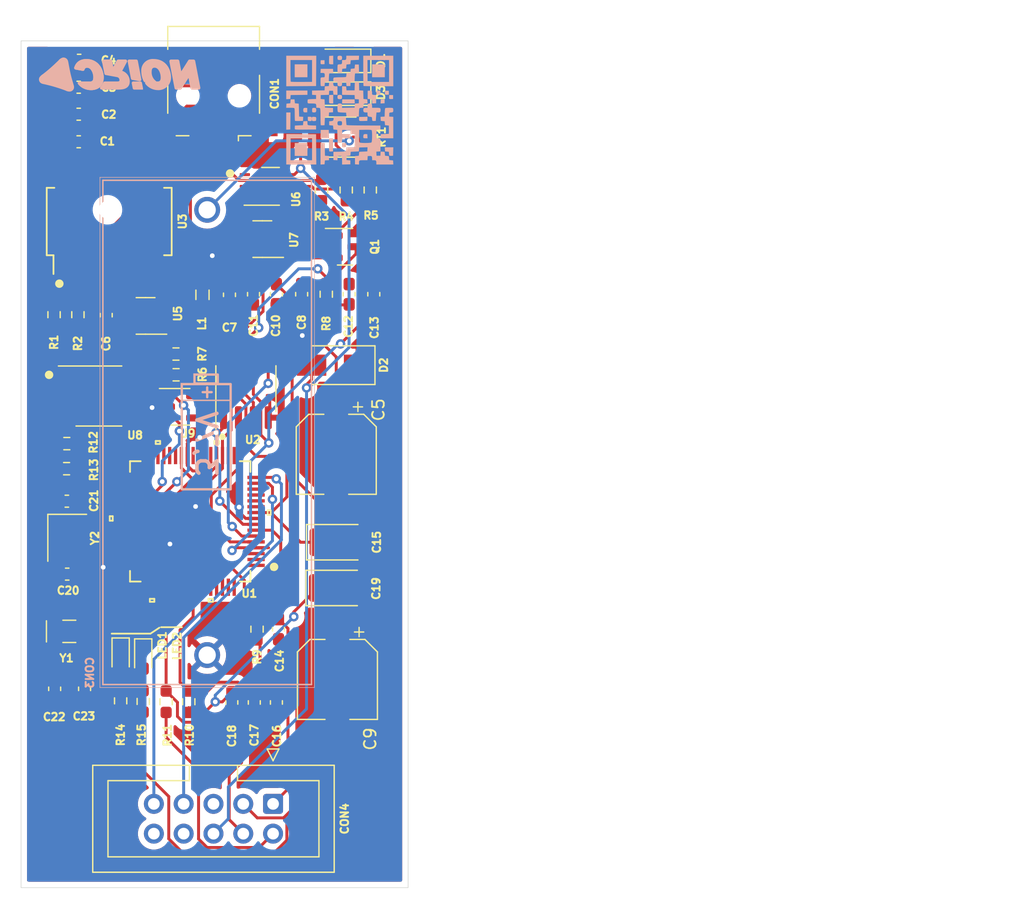
<source format=kicad_pcb>
(kicad_pcb (version 20211014) (generator pcbnew)
  (layers (0 "F.Cu" signal "cobre frontal") (31 "B.Cu" signal "Cobre traseira") (34 "B.Paste" user "Pasta traseira") (35 "F.Paste" user "Pasta frontal") (36 "B.SilkS" user "Serigrafia traseira") (37 "F.SilkS" user "Serigrafia frontal") (38 "B.Mask" user "Máscara traseira") (39 "F.Mask" user "Máscara frontal") (44 "Edge.Cuts" user "Cortes contorno"))
  (net 0 "")
  (net 1 "0")
  (net 2 "+3V3")
  (net 3 "RESET")
  (net 4 "+5VD")
  (net 5 "+3.3VP")
  (net 6 "Net-(C18-Pad1)")
  (net 7 "GND")
  (net 8 "Net-(CON1-Pad2)")
  (net 9 "Net-(CON1-Pad3)")
  (net 10 "Net-(CON1-Pad5)")
  (net 11 "LED2")
  (net 12 "Net-(LED1-Pad2)")
  (net 13 "LED3")
  (net 14 "Net-(LED2-Pad2)")
  (net 15 "PIN-PWRMODE")
  (net 16 "PGED2")
  (net 17 "PGEC2")
  (net 18 "PIN-SCL")
  (net 19 "PIN-SDA")
  (net 20 "+2V5")
  (net 21 "Net-(CON3-Pad1)")
  (net 22 "RXA")
  (net 23 "TXA")
  (net 26 "Net-(C4-Pad1)")
  (net 27 "Net-(R2-Pad1)")
  (net 28 "Net-(C7-Pad1)")
  (net 29 "Net-(U1-Pad5)")
  (net 30 "Net-(U1-Pad6)")
  (net 31 "Net-(R1-Pad1)")
  (net 32 "Net-(U1-Pad8)")
  (net 47 "Net-(C13-Pad1)")
  (net 48 "Net-(C20-Pad1)")
  (net 49 "Net-(C21-Pad1)")
  (net 50 "VBAT")
  (net 52 "Net-(R3-Pad1)")
  (net 54 "Net-(R4-Pad2)")
  (net 55 "Net-(R8-Pad2)")
  (net 65 "RXB")
  (net 66 "TXB")
  (net 95 "+5V")
  (net 96 "Net-(C10-Pad1)")
  (net 97 "Net-(C22-Pad1)")
  (net 98 "Net-(C23-Pad1)")
  (net 99 "Net-(R10-Pad2)")
  (footprint "Diode_SMD:D_SMA" (layer "F.Cu") (at 203.1 45.2 180)
    (fp_text reference "D2")
    (fp_text value "S1D-13F")
  )
  (footprint "Capacitor_SMD:C_0603_1608Metric_Pad1.08x0.95mm_HandSolder" (layer "F.Cu") (at 196.15 39.15 -90)
    (fp_text reference "C11")
    (fp_text value "1uF")
  )
  (footprint "Capacitor_Tantalum_SMD:CP_EIA-3528-12_Kemet-T_Pad1.50x2.35mm_HandSolder" (layer "F.Cu") (at 203.3 60.3)
    (fp_text reference "C15")
    (fp_text value "10UfX6V-Tan")
  )
  (footprint "Capacitor_SMD:C_0603_1608Metric_Pad1.08x0.95mm_HandSolder" (layer "F.Cu") (at 204.3 39.15 90)
    (fp_text reference "C12")
    (fp_text value "100nF")
  )
  (footprint "Capacitor_SMD:C_0603_1608Metric_Pad1.08x0.95mm_HandSolder" (layer "F.Cu") (at 200.25 39.15 -90)
    (fp_text reference "C8")
    (fp_text value "100nF")
  )
  (footprint "Resistor_SMD:R_0603_1608Metric_Pad0.98x0.95mm_HandSolder" (layer "F.Cu") (at 188.7 73.9 90)
    (fp_text reference "R11")
    (fp_text value "1K")
  )
  (footprint "footprints:PIC24HJ64GP206-I_slash_PT" (layer "F.Cu") (at 190.754 58.5216 180)
    (fp_text reference "U1")
    (fp_text value "PIC24HJ64GP206-I_PT" hide)
  )
  (footprint "Package_SON:VSON-10-1EP_3x3mm_P0.5mm_EP1.2x2mm" (layer "F.Cu") (at 196.85 29.95)
    (fp_text reference "U6")
    (fp_text value "LM3658SD")
  )
  (footprint "Capacitor_SMD:C_0603_1608Metric_Pad1.08x0.95mm_HandSolder" (layer "F.Cu") (at 181.25 26.15 180)
    (fp_text reference "C1")
    (fp_text value "100nF")
  )
  (footprint "Package_TO_SOT_SMD:SOT-23-5" (layer "F.Cu") (at 196.9 34.45 180)
    (fp_text reference "U7")
    (fp_text value "STLQ020C33R")
  )
  (footprint "Resistor_SMD:R_0603_1608Metric_Pad0.98x0.95mm_HandSolder" (layer "F.Cu") (at 180.2365 51.89 180)
    (fp_text reference "R12")
    (fp_text value "1K5")
  )
  (footprint "Resistor_SMD:R_0603_1608Metric_Pad0.98x0.95mm_HandSolder" (layer "F.Cu") (at 186.75 73.8746 90)
    (fp_text reference "R15")
    (fp_text value "470R")
  )
  (footprint "Resistor_SMD:R_0603_1608Metric_Pad0.98x0.95mm_HandSolder" (layer "F.Cu") (at 204.05 30.2625 90)
    (fp_text reference "R4")
    (fp_text value "10k")
  )
  (footprint "Resistor_SMD:R_0603_1608Metric_Pad0.98x0.95mm_HandSolder" (layer "F.Cu") (at 189.55 46.02 180)
    (fp_text reference "R6")
    (fp_text value "1K")
  )
  (footprint "Connector_USB:USB_Mini-B_Lumberg_2486_01_Horizontal" (layer "F.Cu") (at 192.75 22.225 180)
    (fp_text reference "CON1")
    (fp_text value "USB_B")
  )
  (footprint "Inductor_SMD:L_0805_2012Metric" (layer "F.Cu") (at 191.8 39.2 90)
    (fp_text reference "L1")
    (fp_text value "BLM21PG221SN1D")
  )
  (footprint "LED_SMD:LED_0603_1608Metric_Pad1.05x0.95mm_HandSolder" (layer "F.Cu") (at 186.75 70.2 -90)
    (fp_text reference "LED2")
    (fp_text value "GREEN")
  )
  (footprint "Resistor_SMD:R_0603_1608Metric_Pad0.98x0.95mm_HandSolder" (layer "F.Cu") (at 196.45 67.7125 90)
    (fp_text reference "R9")
    (fp_text value "22k")
  )
  (footprint "Capacitor_SMD:C_0603_1608Metric_Pad1.08x0.95mm_HandSolder" (layer "F.Cu") (at 183.594 40.9355 90)
    (fp_text reference "C6")
    (fp_text value "100nF")
  )
  (footprint "Crystal:Crystal_SMD_TXC_7M-4Pin_3.2x2.5mm" (layer "F.Cu") (at 180.2695 59.92 -90)
    (fp_text reference "Y2")
    (fp_text value "Crystal_20MHz")
  )
  (footprint "Resistor_SMD:R_0603_1608Metric_Pad0.98x0.95mm_HandSolder" (layer "F.Cu") (at 180.2165 54.0272)
    (fp_text reference "R13")
    (fp_text value "3K3")
  )
  (footprint "Capacitor_SMD:C_0603_1608Metric_Pad1.08x0.95mm_HandSolder" (layer "F.Cu") (at 194.3 73.9625 -90)
    (fp_text reference "C18")
    (fp_text value "100nF")
  )
  (footprint "Capacitor_SMD:CP_Elec_6.3x7.7" (layer "F.Cu") (at 203.3 72 -90)
    (fp_text reference "C9")
    (fp_text value "220uFx16V")
  )
  (footprint "Capacitor_SMD:C_0603_1608Metric_Pad1.08x0.95mm_HandSolder" (layer "F.Cu") (at 181.2875 19.2)
    (fp_text reference "C4")
    (fp_text value "1uF")
  )
  (footprint "Capacitor_SMD:C_0603_1608Metric_Pad1.08x0.95mm_HandSolder" (layer "F.Cu") (at 206.4 39.15 90)
    (fp_text reference "C13")
    (fp_text value "47pF")
  )
  (footprint "Resistor_SMD:R_0603_1608Metric_Pad0.98x0.95mm_HandSolder" (layer "F.Cu") (at 201.95 30.2625 -90)
    (fp_text reference "R3")
    (fp_text value "10k")
  )
  (footprint "Resistor_SMD:R_0603_1608Metric_Pad0.98x0.95mm_HandSolder" (layer "F.Cu") (at 206.1 30.2625 -90)
    (fp_text reference "R5")
    (fp_text value "10k")
  )
  (footprint "Capacitor_SMD:C_0603_1608Metric_Pad1.08x0.95mm_HandSolder" (layer "F.Cu") (at 181.75 72.8 -90)
    (fp_text reference "C23")
    (fp_text value "12pF")
  )
  (footprint "Package_TO_SOT_SMD:SOT-23-5" (layer "F.Cu") (at 189.93 48.75)
    (fp_text reference "U9")
    (fp_text value "24AA02-OT")
  )
  (footprint "Resistor_SMD:R_0603_1608Metric_Pad0.98x0.95mm_HandSolder" (layer "F.Cu") (at 184.8246 73.825 90)
    (fp_text reference "R14")
    (fp_text value "470R")
  )
  (footprint "Resistor_SMD:R_0603_1608Metric_Pad0.98x0.95mm_HandSolder" (layer "F.Cu") (at 179.15 40.894 -90)
    (fp_text reference "R1")
    (fp_text value "470R")
  )
  (footprint "Diode_SMD:D_SOD-123" (layer "F.Cu") (at 203.9 19.25 180)
    (fp_text reference "D1")
    (fp_text value "DSS14U")
  )
  (footprint "Capacitor_SMD:C_0603_1608Metric_Pad1.08x0.95mm_HandSolder" (layer "F.Cu") (at 181.25 21.5 180)
    (fp_text reference "C3")
    (fp_text value "4,7uF")
  )
  (footprint "Capacitor_SMD:C_0603_1608Metric_Pad1.08x0.95mm_HandSolder" (layer "F.Cu") (at 180.2395 56.8)
    (fp_text reference "C21")
    (fp_text value "20pF")
  )
  (footprint "Connector_IDC:IDC-Header_2x05_P2.54mm_Vertical" (layer "F.Cu") (at 197.8152 82.6103 -90)
    (fp_text reference "CON4")
    (fp_text value "Conector_gravação")
  )
  (footprint "Diode_SMD:D_SOD-123" (layer "F.Cu") (at 203.9 22.05 180)
    (fp_text reference "D3")
    (fp_text value "DSS14U")
  )
  (footprint "Resistor_SMD:R_0603_1608Metric_Pad0.98x0.95mm_HandSolder" (layer "F.Cu") (at 181.182 40.894 -90)
    (fp_text reference "R2")
    (fp_text value "470R")
  )
  (footprint "Package_SO:SOIC-8_3.9x4.9mm_P1.27mm" (layer "F.Cu") (at 195.5 47.2 90)
    (fp_text reference "U2")
    (fp_text value "FM25V10-GTR")
  )
  (footprint "Capacitor_SMD:C_0603_1608Metric_Pad1.08x0.95mm_HandSolder" (layer "F.Cu") (at 198.1 39.15 -90)
    (fp_text reference "C10")
    (fp_text value "100nF")
  )
  (footprint "Capacitor_SMD:C_0603_1608Metric_Pad1.08x0.95mm_HandSolder" (layer "F.Cu") (at 181.25 23.8 180)
    (fp_text reference "C2")
    (fp_text value "10nF")
  )
  (footprint "Capacitor_SMD:C_0603_1608Metric_Pad1.08x0.95mm_HandSolder" (layer "F.Cu") (at 198.1 73.9625 -90)
    (fp_text reference "C16")
    (fp_text value "100nF")
  )
  (footprint "LED_SMD:LED_0603_1608Metric_Pad1.05x0.95mm_HandSolder" (layer "F.Cu") (at 184.8246 70.125 -90)
    (fp_text reference "LED1")
    (fp_text value "RED")
  )
  (footprint "Capacitor_SMD:C_0603_1608Metric_Pad1.08x0.95mm_HandSolder" (layer "F.Cu") (at 180.2695 63.02 180)
    (fp_text reference "C20")
    (fp_text value "20pF")
  )
  (footprint "Capacitor_SMD:C_0603_1608Metric_Pad1.08x0.95mm_HandSolder" (layer "F.Cu") (at 194.1 39.2 -90)
    (fp_text reference "C7")
    (fp_text value "1uF")
  )
  (footprint "Resistor_SMD:R_0603_1608Metric_Pad0.98x0.95mm_HandSolder" (layer "F.Cu") (at 202.35 39.15 90)
    (fp_text reference "R8")
    (fp_text value "22k")
  )
  (footprint "Package_TO_SOT_SMD:SOT-23-5" (layer "F.Cu") (at 186.95 41 180)
    (fp_text reference "U5")
    (fp_text value "STLQ020C33R")
  )
  (footprint "bt1:BAT_BH123A" (layer "F.Cu") (at 192.2 50.935 90)
    (fp_text reference "CON3")
    (fp_text value "CR123A" hide)
  )
  (footprint "Package_SO:SSOP-28_5.3x10.2mm_P0.65mm" (layer "F.Cu") (at 183.85 32.95 90)
    (fp_text reference "U3")
    (fp_text value "FT232RL")
  )
  (footprint "Capacitor_SMD:C_0603_1608Metric_Pad1.08x0.95mm_HandSolder" (layer "F.Cu") (at 179.2 72.8 -90)
    (fp_text reference "C22")
    (fp_text value "12pF")
  )
  (footprint "Capacitor_SMD:C_0603_1608Metric_Pad1.08x0.95mm_HandSolder" (layer "F.Cu") (at 196.216 73.9625 -90)
    (fp_text reference "C17")
    (fp_text value "100nF")
  )
  (footprint "Capacitor_SMD:CP_Elec_6.3x7.7" (layer "F.Cu") (at 203.2 52.8 -90)
    (fp_text reference "C5")
    (fp_text value "220uFx16V")
  )
  (footprint "Resistor_SMD:R_0603_1608Metric_Pad0.98x0.95mm_HandSolder" (layer "F.Cu") (at 190.63 73.9 90)
    (fp_text reference "R10")
    (fp_text value "22K")
  )
  (footprint "Capacitor_Tantalum_SMD:CP_EIA-3528-12_Kemet-T_Pad1.50x2.35mm_HandSolder" (layer "F.Cu") (at 203.25 64.2)
    (fp_text reference "C19")
    (fp_text value "10uFx6V-Tan")
  )
  (footprint "Package_SO:SOIC-8_3.9x4.9mm_P1.27mm" (layer "F.Cu") (at 182.97 47.83)
    (fp_text reference "U8")
    (fp_text value "ATSHA204A-SSHDA-B")
  )
  (footprint "Resistor_SMD:R_1812_4532Metric" (layer "F.Cu") (at 203.5 25.75 180)
    (fp_text reference "RT1")
    (fp_text value "300mA - 304N")
  )
  (footprint "Crystal:Crystal_SMD_MicroCrystal_CC7V-T1A-2Pin_3.2x1.5mm" (layer "F.Cu") (at 180.45 67.9)
    (fp_text reference "Y1")
    (fp_text value "Crystal_32KHz")
  )
  (footprint "Resistor_SMD:R_0603_1608Metric_Pad0.98x0.95mm_HandSolder" (layer "F.Cu") (at 189.54 44.25 180)
    (fp_text reference "R7")
    (fp_text value "1K")
  )
  (footprint "Capacitor_SMD:C_0603_1608Metric_Pad1.08x0.95mm_HandSolder" (layer "F.Cu") (at 198.28 67.7125 -90)
    (fp_text reference "C14")
    (fp_text value "1nF")
  )
  (footprint "LOGO" (layer "F.Cu") (at 203.40155 23.316492)
    (fp_text reference "G1" hide)
    (fp_text value "LOGO" hide)
  )
  (footprint "Package_TO_SOT_SMD:SOT-23" (layer "F.Cu") (at 203.95 35.1)
    (fp_text reference "Q1")
    (fp_text value "IRLML5103")
  )
  (gr_poly (pts (xy 180.137527 21.153793) (xy 180.105171 21.005295) (xy 180.074139 20.85307) (xy 180.044365 20.696789) (xy 180.015786 20.536124) (xy 179.988334 20.370746) (xy 179.961947 20.200326) (xy 179.936558 20.024536) (xy 179.912102 19.843048) (xy 179.911544 19.839634) (xy 179.910846 19.836273) (xy 179.910008 19.832967) (xy 179.909036 19.829721) (xy 179.907933 19.826536) (xy 179.9067 19.823416) (xy 179.905343 19.820363) (xy 179.903863 19.817382) (xy 179.902265 19.814475) (xy 179.900551 19.811645) (xy 179.898724 19.808895) (xy 179.896789 19.806228) (xy 179.894747 19.803647) (xy 179.892603 19.801156) (xy 179.89036 19.798756) (xy 179.88802 19.796453) (xy 179.885588 19.794247) (xy 179.883065 19.792143) (xy 179.880456 19.790144) (xy 179.877764 19.788252) (xy 179.874992 19.786471) (xy 179.872142 19.784803) (xy 179.86922 19.783252) (xy 179.866226 19.781821) (xy 179.863166 19.780513) (xy 179.860042 19.77933) (xy 179.856857 19.778277) (xy 179.853615 19.777355) (xy 179.850318 19.776569) (xy 179.846971 19.77592) (xy 179.843575 19.775413) (xy 179.840135 19.77505) (xy 179.835823 19.774683) (xy 179.831518 19.774538) (xy 179.827228 19.774611) (xy 179.822961 19.7749) (xy 179.818723 19.775403) (xy 179.814525 19.776118) (xy 179.810372 19.777041) (xy 179.806273 19.778171) (xy 179.802236 19.779506) (xy 179.798269 19.781042) (xy 179.79438 19.782777) (xy 179.790576 19.78471) (xy 179.786865 19.786837) (xy 179.783255 19.789157) (xy 179.779755 19.791667) (xy 179.776371 19.794364) (xy 179.634075 19.913965) (xy 179.494565 20.029207) (xy 179.357596 20.140269) (xy 179.222928 20.247331) (xy 179.09032 20.350573) (xy 178.959528 20.450175) (xy 178.830311 20.546317) (xy 178.702427 20.639179) (xy 178.700191 20.6408) (xy 178.698026 20.642492) (xy 178.695933 20.644253) (xy 178.693914 20.646079) (xy 178.691968 20.647969) (xy 178.690097 20.649921) (xy 178.688301 20.651932) (xy 178.686583 20.654) (xy 178.684943 20.656122) (xy 178.683381 20.658296) (xy 178.6819 20.66052) (xy 178.680498 20.662791) (xy 178.679179 20.665108) (xy 178.677943 20.667467) (xy 178.67679 20.669867) (xy 178.675722 20.672305) (xy 178.674739 20.674778) (xy 178.673843 20.677285) (xy 178.673035 20.679823) (xy 178.672315 20.68239) (xy 178.671685 20.684983) (xy 178.671145 20.687601) (xy 178.670697 20.69024) (xy 178.670341 20.692898) (xy 178.670079 20.695574) (xy 178.669911 20.698264) (xy 178.669839 20.700967) (xy 178.669863 20.70368) (xy 178.669984 20.7064) (xy 178.670204 20.709126) (xy 178.670522 20.711855) (xy 178.670942 20.714585) (xy 178.672198 20.72001) (xy 178.673816 20.725287) (xy 178.675781 20.730402) (xy 178.678081 20.735342) (xy 178.680703 20.740091) (xy 178.683633 20.744636) (xy 178.686859 20.748962) (xy 178.690368 20.753055) (xy 178.694145 20.756901) (xy 178.698179 20.760486) (xy 178.702456 20.763794) (xy 178.706964 20.766813) (xy 178.711688 20.769528) (xy 178.716617 20.771924) (xy 178.721736 20.773987) (xy 178.727033 20.775704) (xy 178.891644 20.826582) (xy 179.055565 20.879568) (xy 179.218776 20.934656) (xy 179.381257 20.991838) (xy 179.542989 21.051107) (xy 179.703951 21.112457) (xy 179.864123 21.175879) (xy 180.023487 21.241368) (xy 180.026359 21.242501) (xy 180.029267 21.243529) (xy 180.032208 21.244452) (xy 180.035179 21.245268) (xy 180.038176 21.245977) (xy 180.041198 21.246579) (xy 180.044242 21.247072) (xy 180.047304 21.247456) (xy 180.052144 21.247843) (xy 180.05697 21.24795) (xy 180.06177 21.247782) (xy 180.066534 21.247343) (xy 180.07125 21.246635) (xy 180.075909 21.245664) (xy 180.080498 21.244434) (xy 180.085008 21.242947) (xy 180.089426 21.241209) (xy 180.093743 21.239223) (xy 180.097947 21.236992) (xy 180.102026 21.234522) (xy 180.105972 21.231816) (xy 180.109771 21.228878) (xy 180.113414 21.225711) (xy 180.11689 21.22232) (xy 180.120162 21.218885) (xy 180.123188 21.215275) (xy 180.125964 21.211504) (xy 180.128487 21.207585) (xy 180.130752 21.203531) (xy 180.132755 21.199356) (xy 180.134493 21.195072) (xy 180.135961 21.190693) (xy 180.137155 21.186231) (xy 180.138072 21.1817) (xy 180.138708 21.177113) (xy 180.139058 21.172483) (xy 180.139119 21.167823) (xy 180.138887 21.163146) (xy 180.138358 21.158465) (xy 180.137527 21.153793)) (layer "B.SilkS") (width 0.264583) (fill solid))
  (gr_poly (pts (xy 183.16145 21.138448) (xy 183.135534 21.189539) (xy 183.106563 21.23752) (xy 183.074694 21.282429) (xy 183.04009 21.324304) (xy 183.002909 21.363185) (xy 182.963312 21.399112) (xy 182.921459 21.432123) (xy 182.87751 21.462256) (xy 182.831626 21.489552) (xy 182.783967 21.514049) (xy 182.734692 21.535787) (xy 182.683963 21.554804) (xy 182.631938 21.571139) (xy 182.578779 21.584831) (xy 182.524645 21.59592) (xy 182.469697 21.604445) (xy 182.414094 21.610444) (xy 182.357998 21.613957) (xy 182.301567 21.615022) (xy 182.244963 21.61368) (xy 182.188345 21.609968) (xy 182.131874 21.603925) (xy 182.07571 21.595592) (xy 182.020012 21.585006) (xy 181.964942 21.572208) (xy 181.910659 21.557235) (xy 181.857323 21.540128) (xy 181.805095 21.520925) (xy 181.754135 21.499664) (xy 181.704603 21.476386) (xy 181.656658 21.45113) (xy 181.610462 21.423933) (xy 181.588941 21.410144) (xy 181.567723 21.395927) (xy 181.546814 21.381286) (xy 181.526222 21.366227) (xy 181.505951 21.350755) (xy 181.486007 21.334876) (xy 181.466398 21.318594) (xy 181.447128 21.301917) (xy 181.428204 21.284847) (xy 181.409632 21.267392) (xy 181.391418 21.249556) (xy 181.373568 21.231345) (xy 181.356087 21.212763) (xy 181.338983 21.193817) (xy 181.322261 21.174511) (xy 181.305927 21.154852) (xy 181.3055 21.154215) (xy 181.305122 21.153556) (xy 181.304794 21.152876) (xy 181.304516 21.15218) (xy 181.304287 21.15147) (xy 181.304108 21.150747) (xy 181.303979 21.150016) (xy 181.303901 21.149278) (xy 181.303873 21.148537) (xy 181.303895 21.147795) (xy 181.303969 21.147054) (xy 181.304094 21.146318) (xy 181.30427 21.145589) (xy 181.304498 21.14487) (xy 181.304777 21.144163) (xy 181.305108 21.143472) (xy 181.305292 21.143135) (xy 181.305487 21.142805) (xy 181.305693 21.142485) (xy 181.305908 21.142173) (xy 181.306134 21.14187) (xy 181.306369 21.141576) (xy 181.306614 21.141291) (xy 181.306868 21.141016) (xy 181.30713 21.14075) (xy 181.307401 21.140493) (xy 181.30768 21.140247) (xy 181.307967 21.14001) (xy 181.308262 21.139784) (xy 181.308564 21.139568) (xy 181.308873 21.139363) (xy 181.309189 21.139168) (xy 181.309511 21.138985) (xy 181.30984 21.138812) (xy 181.310174 21.138651) (xy 181.310514 21.138501) (xy 181.310859 21.138362) (xy 181.311209 21.138236) (xy 181.311564 21.138121) (xy 181.311923 21.138018) (xy 181.312287 21.137928) (xy 181.312654 21.13785) (xy 181.313025 21.137785) (xy 181.313399 21.137732) (xy 181.313776 21.137693) (xy 181.314156 21.137667) (xy 181.314538 21.137653) (xy 181.314923 21.137654) (xy 182.209214 21.137654) (xy 182.221509 21.138185) (xy 182.2338 21.138422) (xy 182.246082 21.138365) (xy 182.258351 21.138014) (xy 182.270602 21.137371) (xy 182.282828 21.136436) (xy 182.295025 21.135211) (xy 182.307188 21.133694) (xy 182.319311 21.131888) (xy 182.331389 21.129793) (xy 182.343417 21.12741) (xy 182.35539 21.12474) (xy 182.367302 21.121782) (xy 182.379149 21.118538) (xy 182.390925 21.115009) (xy 182.402625 21.111196) (xy 182.421826 21.101965) (xy 182.44031 21.091655) (xy 182.458041 21.08031) (xy 182.474983 21.067975) (xy 182.491103 21.054693) (xy 182.506363 21.040509) (xy 182.520729 21.025468) (xy 182.534166 21.009612) (xy 182.546639 20.992987) (xy 182.558111 20.975637) (xy 182.568549 20.957606) (xy 182.577916 20.938938) (xy 182.586177 20.919677) (xy 182.593297 20.899868) (xy 182.599241 20.879556) (xy 182.603973 20.858783) (xy 182.609619 20.829302) (xy 182.614435 20.799715) (xy 182.618423 20.77004) (xy 182.621582 20.740295) (xy 182.623913 20.710495) (xy 182.625416 20.68066) (xy 182.626091 20.650806) (xy 182.625939 20.62095) (xy 182.624959 20.59111) (xy 182.623154 20.561303) (xy 182.620521 20.531546) (xy 182.617063 20.501857) (xy 182.612779 20.472252) (xy 182.60767 20.44275) (xy 182.601736 20.413367) (xy 182.594977 20.384121) (xy 182.588635 20.353701) (xy 182.581456 20.323513) (xy 182.573446 20.293571) (xy 182.564613 20.263894) (xy 182.554965 20.234496) (xy 182.544508 20.205395) (xy 182.533249 20.176607) (xy 182.521197 20.148148) (xy 182.508358 20.120036) (xy 182.49474 20.092286) (xy 182.480349 20.064916) (xy 182.465194 20.037941) (xy 182.449281 20.011379) (xy 182.432617 19.985245) (xy 182.415211 19.959556) (xy 182.397069 19.934329) (xy 182.375732 19.905732) (xy 182.352748 19.878803) (xy 182.328214 19.853587) (xy 182.302231 19.830134) (xy 182.274897 19.80849) (xy 182.246311 19.788703) (xy 182.216573 19.770819) (xy 182.185781 19.754886) (xy 182.154035 19.740952) (xy 182.121433 19.729064) (xy 182.088075 19.719269) (xy 182.05406 19.711615) (xy 182.019487 19.706148) (xy 181.984455 19.702916) (xy 181.949063 19.701967) (xy 181.913411 19.703347) (xy 181.900079 19.705119) (xy 181.886907 19.707396) (xy 181.861084 19.713426) (xy 181.836029 19.721362) (xy 181.811827 19.731127) (xy 181.788564 19.742647) (xy 181.766326 19.755845) (xy 181.745199 19.770645) (xy 181.725268 19.786972) (xy 181.70662 19.804749) (xy 181.689339 19.823901) (xy 181.673513 19.844352) (xy 181.659226 19.866025) (xy 181.646565 19.888846) (xy 181.635615 19.912738) (xy 181.626463 19.937626) (xy 181.622587 19.950419) (xy 181.619193 19.963433) (xy 181.619038 19.963932) (xy 181.61886 19.964418) (xy 181.618661 19.964891) (xy 181.618442 19.965351) (xy 181.618203 19.965797) (xy 181.617945 19.966229) (xy 181.617668 19.966647) (xy 181.617374 19.967049) (xy 181.617062 19.967436) (xy 181.616735 19.967807) (xy 181.616391 19.968162) (xy 181.616032 19.9685) (xy 181.61566 19.968821) (xy 181.615273 19.969125) (xy 181.614873 19.96941) (xy 181.614462 19.969677) (xy 181.614038 19.969926) (xy 181.613604 19.970155) (xy 181.613159 19.970364) (xy 181.612705 19.970553) (xy 181.612242 19.970722) (xy 181.611771 19.97087) (xy 181.611292 19.970997) (xy 181.610807 19.971101) (xy 181.610315 19.971184) (xy 181.609818 19.971244) (xy 181.609316 19.971281) (xy 181.60881 19.971295) (xy 181.6083 19.971284) (xy 181.607788 19.97125) (xy 181.607274 19.97119) (xy 181.606758 19.971106) (xy 181.003508 19.86051) (xy 181.002951 19.860418) (xy 181.002402 19.860296) (xy 181.001864 19.860145) (xy 181.001336 19.859966) (xy 181.00082 19.85976) (xy 181.000316 19.859526) (xy 180.999827 19.859266) (xy 180.999353 19.85898) (xy 180.998895 19.85867) (xy 180.998454 19.858335) (xy 180.99803 19.857976) (xy 180.997626 19.857594) (xy 180.997242 19.85719) (xy 180.996879 19.856764) (xy 180.996539 19.856317) (xy 180.996221 19.85585) (xy 180.99593 19.855366) (xy 180.995667 19.854869) (xy 180.995432 19.854361) (xy 180.995226 19.853843) (xy 180.995048 19.853317) (xy 180.9949 19.852782) (xy 180.994781 19.852241) (xy 180.99469 19.851695) (xy 180.99463 19.851145) (xy 180.994598 19.850591) (xy 180.994597 19.850037) (xy 180.994625 19.849481) (xy 180.994684 19.848927) (xy 180.994773 19.848375) (xy 180.994892 19.847826) (xy 180.995042 19.847281) (xy 180.999883 19.833229) (xy 181.005294 19.818751) (xy 181.011003 19.804293) (xy 181.016737 19.790296) (xy 181.027188 19.765463) (xy 181.034464 19.747797) (xy 181.040687 19.733182) (xy 181.047147 19.718673) (xy 181.053844 19.704273) (xy 181.060775 19.689987) (xy 181.06794 19.675816) (xy 181.075337 19.661764) (xy 181.082964 19.647833) (xy 181.090821 19.634027) (xy 181.104787 19.610572) (xy 181.119542 19.587677) (xy 181.135069 19.56536) (xy 181.151348 19.543639) (xy 181.168362 19.522531) (xy 181.186092 19.502053) (xy 181.204521 19.482223) (xy 181.22363 19.46306) (xy 181.2434 19.44458) (xy 181.263814 19.426801) (xy 181.284854 19.409741) (xy 181.3065 19.393418) (xy 181.328736 19.377849) (xy 181.351543 19.363051) (xy 181.374902 19.349042) (xy 181.398795 19.335841) (xy 181.431531 19.320413) (xy 181.464696 19.306107) (xy 181.498261 19.292929) (xy 181.532197 19.280885) (xy 181.566476 19.26998) (xy 181.601069 19.26022) (xy 181.635946 19.251611) (xy 181.671078 19.244158) (xy 181.706437 19.237866) (xy 181.741994 19.232742) (xy 181.777719 19.228791) (xy 181.813584 19.22602) (xy 181.849559 19.224432) (xy 181.885616 19.224035) (xy 181.921726 19.224833) (xy 181.95786 19.226833) (xy 181.95786 19.225246) (xy 182.013433 19.227639) (xy 182.068669 19.232403) (xy 182.1235 19.239511) (xy 182.177854 19.248935) (xy 182.231661 19.260649) (xy 182.28485 19.274626) (xy 182.337351 19.29084) (xy 182.389092 19.309262) (xy 182.440004 19.329867) (xy 182.490016 19.352628) (xy 182.539056 19.377517) (xy 182.587055 19.404509) (xy 182.633941 19.433575) (xy 182.679645 19.46469) (xy 182.724095 19.497826) (xy 182.767221 19.532956) (xy 182.806474 19.57001) (xy 182.844206 19.608421) (xy 182.880388 19.648141) (xy 182.914992 19.68912) (xy 182.947989 19.731311) (xy 182.97935 19.774664) (xy 183.009046 19.81913) (xy 183.037049 19.86466) (xy 183.063329 19.911206) (xy 183.087858 19.958719) (xy 183.110606 20.007149) (xy 183.131546 20.056448) (xy 183.150648 20.106566) (xy 183.167883 20.157456) (xy 183.183224 20.209069) (xy 183.19664 20.261354) (xy 183.211775 20.315594) (xy 183.224585 20.370251) (xy 183.235073 20.425251) (xy 183.243243 20.480522) (xy 183.249096 20.53599) (xy 183.252636 20.591585) (xy 183.253865 20.647232) (xy 183.252787 20.70286) (xy 183.249405 20.758395) (xy 183.243721 20.813764) (xy 183.235739 20.868897) (xy 183.225461 20.923718) (xy 183.21289 20.978157) (xy 183.198029 21.03214) (xy 183.180881 21.085594) (xy 183.16145 21.138448)) (layer "B.SilkS") (width 0.264583) (fill solid))
  (gr_poly (pts (xy 185.445333 21.191364) (xy 185.431998 21.2289) (xy 185.416327 21.263879) (xy 185.398429 21.296391) (xy 185.378414 21.326525) (xy 185.356392 21.354371) (xy 185.332472 21.380018) (xy 185.306763 21.403556) (xy 185.279377 21.425074) (xy 185.250422 21.444662) (xy 185.220008 21.46241) (xy 185.188245 21.478406) (xy 185.155243 21.492741) (xy 185.121112 21.505504) (xy 185.08596 21.516785) (xy 185.049899 21.526672) (xy 185.013037 21.535256) (xy 184.93735 21.548873) (xy 184.859779 21.55835) (xy 184.781201 21.564403) (xy 184.702494 21.567751) (xy 184.548205 21.569189) (xy 184.403933 21.568395) (xy 183.204577 21.568395) (xy 183.203776 21.568404) (xy 183.202986 21.568351) (xy 183.202209 21.568238) (xy 183.201448 21.568068) (xy 183.200705 21.567843) (xy 183.199985 21.567563) (xy 183.199289 21.567231) (xy 183.198621 21.566849) (xy 183.197983 21.566418) (xy 183.197378 21.56594) (xy 183.196809 21.565417) (xy 183.196279 21.564851) (xy 183.195791 21.564243) (xy 183.195347 21.563596) (xy 183.19495 21.56291) (xy 183.194604 21.562188) (xy 183.194315 21.561441) (xy 183.194086 21.560683) (xy 183.193917 21.559916) (xy 183.193809 21.559144) (xy 183.193759 21.55837) (xy 183.193767 21.557597) (xy 183.193832 21.556829) (xy 183.193955 21.556069) (xy 183.194134 21.55532) (xy 183.194368 21.554586) (xy 183.194657 21.553869) (xy 183.195001 21.553174) (xy 183.195398 21.552503) (xy 183.195848 21.551859) (xy 183.19635 21.551247) (xy 183.196904 21.550668) (xy 183.213781 21.534057) (xy 183.23025 21.517073) (xy 183.246306 21.499724) (xy 183.261944 21.482018) (xy 183.277157 21.463963) (xy 183.291941 21.445566) (xy 183.30629 21.426836) (xy 183.320197 21.407781) (xy 183.333659 21.388407) (xy 183.346668 21.368723) (xy 183.35922 21.348737) (xy 183.371308 21.328456) (xy 183.382928 21.307889) (xy 183.394074 21.287043) (xy 183.40474 21.265926) (xy 183.41492 21.244545) (xy 183.461222 21.144268) (xy 183.461401 21.143908) (xy 183.461592 21.143557) (xy 183.461794 21.143214) (xy 183.462007 21.14288) (xy 183.462231 21.142556) (xy 183.462466 21.14224) (xy 183.462711 21.141934) (xy 183.462966 21.141637) (xy 183.463231 21.141351) (xy 183.463505 21.141074) (xy 183.463788 21.140808) (xy 183.46408 21.140551) (xy 183.46438 21.140306) (xy 183.464689 21.140071) (xy 183.465005 21.139848) (xy 183.465329 21.139635) (xy 183.46566 21.139434) (xy 183.465998 21.139245) (xy 183.466342 21.139067) (xy 183.466693 21.138901) (xy 183.467049 21.138748) (xy 183.467412 21.138607) (xy 183.467779 21.138478) (xy 183.468152 21.138362) (xy 183.468529 21.138259) (xy 183.468911 21.13817) (xy 183.469297 21.138093) (xy 183.469687 21.13803) (xy 183.47008 21.137981) (xy 183.470476 21.137946) (xy 183.470875 21.137925) (xy 183.471277 21.137918) (xy 184.494685 21.137918) (xy 184.50903 21.138515) (xy 184.523373 21.138791) (xy 184.537707 21.138747) (xy 184.552028 21.138384) (xy 184.56633 21.137701) (xy 184.580609 21.136701) (xy 184.594858 21.135383) (xy 184.609072 21.133748) (xy 184.623246 21.131797) (xy 184.637375 21.12953) (xy 184.651454 21.126949) (xy 184.665477 21.124053) (xy 184.679438 21.120844) (xy 184.693334 21.117323) (xy 184.707157 21.113489) (xy 184.720903 21.109343) (xy 184.729396 21.105986) (xy 184.737671 21.102291) (xy 184.745724 21.098269) (xy 184.753547 21.093931) (xy 184.761134 21.089286) (xy 184.76848 21.084344) (xy 184.775579 21.079117) (xy 184.782424 21.073614) (xy 184.789009 21.067845) (xy 184.795328 21.06182) (xy 184.801375 21.05555) (xy 184.807145 21.049045) (xy 184.81263 21.042315) (xy 184.817825 21.03537) (xy 184.822724 21.028221) (xy 184.827321 21.020877) (xy 184.831609 21.013348) (xy 184.835583 21.005646) (xy 184.839236 20.99778) (xy 184.842562 20.98976) (xy 184.845556 20.981596) (xy 184.84821 20.9733) (xy 184.85052 20.96488) (xy 184.852479 20.956347) (xy 184.854081 20.947711) (xy 184.855319 20.938983) (xy 184.856189 20.930173) (xy 184.856682 20.92129) (xy 184.856795 20.912345) (xy 184.85652 20.903349) (xy 184.855851 20.894311) (xy 184.854783 20.885241) (xy 184.85393 20.861901) (xy 184.851737 20.838789) (xy 184.848229 20.815956) (xy 184.843434 20.793455) (xy 184.837375 20.771334) (xy 184.830079 20.749647) (xy 184.821571 20.728442) (xy 184.811877 20.707771) (xy 184.801023 20.687686) (xy 184.789035 20.668236) (xy 184.775937 20.649473) (xy 184.761756 20.631448) (xy 184.746517 20.614211) (xy 184.730246 20.597814) (xy 184.712968 20.582307) (xy 184.69471 20.567741) (xy 184.683767 20.561118) (xy 184.672666 20.554794) (xy 184.661414 20.548772) (xy 184.650016 20.543053) (xy 184.63848 20.53764) (xy 184.626811 20.532536) (xy 184.615016 20.527743) (xy 184.603101 20.523262) (xy 184.591072 20.519096) (xy 184.578936 20.515248) (xy 184.566698 20.511719) (xy 184.554366 20.508512) (xy 184.541944 20.50563) (xy 184.52944 20.503074) (xy 184.51686 20.500846) (xy 184.50421 20.49895) (xy 184.334083 20.467729) (xy 183.573406 20.328558) (xy 183.573006 20.328498) (xy 183.572612 20.328423) (xy 183.57184 20.32823) (xy 183.571091 20.32798) (xy 183.570369 20.327675) (xy 183.569675 20.327319) (xy 183.569013 20.326913) (xy 183.568385 20.326459) (xy 183.567794 20.32596) (xy 183.567241 20.325419) (xy 183.56673 20.324836) (xy 183.566262 20.324216) (xy 183.565842 20.32356) (xy 183.56547 20.322869) (xy 183.56515 20.322148) (xy 183.564884 20.321397) (xy 183.564772 20.321012) (xy 183.564674 20.32062) (xy 183.362797 19.278956) (xy 183.362725 19.278371) (xy 183.362685 19.277786) (xy 183.362678 19.277203) (xy 183.362702 19.276622) (xy 183.362759 19.276046) (xy 183.362846 19.275474) (xy 183.362965 19.274909) (xy 183.363114 19.274351) (xy 183.363293 19.273803) (xy 183.363502 19.273264) (xy 183.36374 19.272737) (xy 183.364007 19.272223) (xy 183.364303 19.271723) (xy 183.364628 19.271238) (xy 183.36498 19.27077) (xy 183.365359 19.270319) (xy 183.365764 19.269891) (xy 183.366189 19.269487) (xy 183.366633 19.269109) (xy 183.367096 19.268758) (xy 183.367576 19.268434) (xy 183.368072 19.268137) (xy 183.368583 19.267867) (xy 183.369108 19.267627) (xy 183.369644 19.267415) (xy 183.370192 19.267232) (xy 183.37075 19.26708) (xy 183.371317 19.266958) (xy 183.371891 19.266867) (xy 183.372471 19.266807) (xy 183.373056 19.26678) (xy 183.373645 19.266785) (xy 183.966576 19.266785) (xy 183.967063 19.266774) (xy 183.967545 19.266785) (xy 183.968022 19.266818) (xy 183.968495 19.266872) (xy 183.968962 19.266947) (xy 183.969422 19.267041) (xy 183.969876 19.267156) (xy 183.970322 19.267291) (xy 183.970761 19.267444) (xy 183.971191 19.267616) (xy 183.971612 19.267806) (xy 183.972023 19.268014) (xy 183.972425 19.268239) (xy 183.972816 19.268481) (xy 183.973196 19.26874) (xy 183.973564 19.269015) (xy 183.97392 19.269305) (xy 183.974263 19.269611) (xy 183.974593 19.269931) (xy 183.974909 19.270266) (xy 183.975211 19.270615) (xy 183.975497 19.270977) (xy 183.975769 19.271352) (xy 183.976024 19.27174) (xy 183.976262 19.272141) (xy 183.976484 19.272553) (xy 183.976688 19.272977) (xy 183.976874 19.273411) (xy 183.977041 19.273857) (xy 183.977189 19.274312) (xy 183.977317 19.274777) (xy 183.977424 19.275251) (xy 184.049358 19.669911) (xy 184.131412 20.131443) (xy 184.131506 20.131869) (xy 184.131615 20.132289) (xy 184.13174 20.132702) (xy 184.131881 20.133107) (xy 184.132036 20.133505) (xy 184.132206 20.133896) (xy 184.132587 20.134652) (xy 184.133023 20.135372) (xy 184.13351 20.136055) (xy 184.134046 20.136698) (xy 184.134628 20.137298) (xy 184.135253 20.137853) (xy 184.135919 20.13836) (xy 184.136623 20.138816) (xy 184.137363 20.13922) (xy 184.138135 20.139567) (xy 184.138532 20.13972) (xy 184.138937 20.139857) (xy 184.139348 20.139979) (xy 184.139766 20.140086) (xy 184.14019 20.140177) (xy 184.14062 20.140251) (xy 184.141484 20.14035) (xy 184.142344 20.140381) (xy 184.143196 20.140346) (xy 184.144037 20.140246) (xy 184.144863 20.140084) (xy 184.145672 20.13986) (xy 184.146459 20.139577) (xy 184.147222 20.139236) (xy 184.147957 20.138839) (xy 184.148662 20.138386) (xy 184.149332 20.137881) (xy 184.149964 20.137325) (xy 184.150555 20.136719) (xy 184.151102 20.136065) (xy 184.151601 20.135364) (xy 184.152049 20.134618) (xy 184.604487 19.272341) (xy 184.604673 19.27201) (xy 184.604869 19.271687) (xy 184.605077 19.271373) (xy 184.605294 19.271068) (xy 184.605521 19.270772) (xy 184.605757 19.270485) (xy 184.606003 19.270207) (xy 184.606258 19.269938) (xy 184.606521 19.26968) (xy 184.606793 19.269431) (xy 184.607073 19.269192) (xy 184.60736 19.268963) (xy 184.607655 19.268745) (xy 184.607957 19.268537) (xy 184.608266 19.26834) (xy 184.608581 19.268154) (xy 184.608903 19.267978) (xy 184.609231 19.267814) (xy 184.609564 19.267661) (xy 184.609903 19.26752) (xy 184.610246 19.267391) (xy 184.610595 19.267273) (xy 184.610948 19.267167) (xy 184.611305 19.267074) (xy 184.611666 19.266993) (xy 184.612031 19.266924) (xy 184.612398 19.266868) (xy 184.612769 19.266825) (xy 184.613143 19.266795) (xy 184.613519 19.266778) (xy 184.613897 19.266775) (xy 184.614276 19.266785) (xy 185.236048 19.266785) (xy 185.236752 19.266746) (xy 185.237451 19.266755) (xy 185.238143 19.26681) (xy 185.238826 19.266912) (xy 185.239498 19.267058) (xy 185.240157 19.267248) (xy 185.2408 19.267481) (xy 185.241426 19.267756) (xy 185.242033 19.268072) (xy 185.242618 19.268427) (xy 185.243179 19.268821) (xy 185.243714 19.269253) (xy 185.244222 19.269722) (xy 185.244699 19.270226) (xy 185.245144 19.270766) (xy 185.245555 19.271339) (xy 185.245926 19.271938) (xy 185.246252 19.272556) (xy 185.246535 19.273191) (xy 185.246772 19.27384) (xy 185.246965 19.2745) (xy 185.247113 19.275169) (xy 185.247216 19.275846) (xy 185.247274 19.276527) (xy 185.247287 19.277211) (xy 185.247254 19.277894) (xy 185.247176 19.278576) (xy 185.247053 19.279252) (xy 185.246884 19.279922) (xy 185.246669 19.280582) (xy 185.246408 19.281231) (xy 185.246101 19.281866) (xy 184.767735 20.175894) (xy 184.767449 20.176466) (xy 184.767201 20.177051) (xy 184.766992 20.177647) (xy 184.766822 20.178252) (xy 184.76669 20.178864) (xy 184.766596 20.179482) (xy 184.766542 20.180103) (xy 184.766525 20.180726) (xy 184.766548 20.181348) (xy 184.766609 20.181969) (xy 184.766708 20.182585) (xy 184.766846 20.183196) (xy 184.767023 20.1838) (xy 184.767238 20.184394) (xy 184.767491 20.184976) (xy 184.767783 20.185546) (xy 184.767943 20.185824) (xy 184.768111 20.186096) (xy 184.768286 20.186361) (xy 184.76847 20.18662) (xy 184.768661 20.186872) (xy 184.768859 20.187117) (xy 184.769277 20.187587) (xy 184.769721 20.188028) (xy 184.770191 20.18844) (xy 184.770684 20.188821) (xy 184.7712 20.189171) (xy 184.771736 20.189487) (xy 184.772292 20.189771) (xy 184.772865 20.190019) (xy 184.773454 20.190233) (xy 184.774057 20.190409) (xy 184.774364 20.190484) (xy 184.774673 20.190548) (xy 184.774986 20.190604) (xy 184.775301 20.190649) (xy 184.775618 20.190685) (xy 184.775938 20.19071) (xy 184.818208 20.198044) (xy 184.859826 20.207547) (xy 184.900718 20.219175) (xy 184.940812 20.23288) (xy 184.980034 20.248616) (xy 185.01831 20.266338) (xy 185.055567 20.285997) (xy 185.091731 20.307549) (xy 185.12673 20.330946) (xy 185.16049 20.356143) (xy 185.192936 20.383093) (xy 185.223997 20.411749) (xy 185.253599 20.442066) (xy 185.281668 20.473996) (xy 185.30813 20.507494) (xy 185.332913 20.542514) (xy 185.355813 20.578793) (xy 185.376666 20.616043) (xy 185.395456 20.654178) (xy 185.412169 20.693114) (xy 185.426791 20.732765) (xy 185.439306 20.773045) (xy 185.4497 20.813869) (xy 185.457957 20.85515) (xy 185.464063 20.896804) (xy 185.468003 20.938745) (xy 185.469763 20.980888) (xy 185.469327 21.023146) (xy 185.466681 21.065435) (xy 185.46181 21.107669) (xy 185.454699 21.149762) (xy 185.445333 21.191629) (xy 185.445333 21.191364)) (layer "B.SilkS") (width 0.264583) (fill solid))
  (gr_poly (pts (xy 185.548256 19.268637) (xy 186.158914 19.268637) (xy 186.461068 20.843702) (xy 186.461143 20.844359) (xy 186.461178 20.845015) (xy 186.461172 20.845669) (xy 186.461128 20.846318) (xy 186.461045 20.846962) (xy 186.460924 20.847597) (xy 186.460766 20.848224) (xy 186.460571 20.848839) (xy 186.46034 20.849441) (xy 186.460073 20.85003) (xy 186.459772 20.850602) (xy 186.459435 20.851157) (xy 186.459065 20.851692) (xy 186.458662 20.852206) (xy 186.458225 20.852698) (xy 186.457757 20.853165) (xy 186.457261 20.853603) (xy 186.456743 20.854007) (xy 186.456204 20.854378) (xy 186.455647 20.854713) (xy 186.455072 20.855014) (xy 186.454482 20.855279) (xy 186.453878 20.855508) (xy 186.453262 20.855701) (xy 186.452636 20.855857) (xy 186.452001 20.855975) (xy 186.451359 20.856055) (xy 186.450712 20.856098) (xy 186.450061 20.856101) (xy 186.449408 20.856065) (xy 186.448755 20.855989) (xy 186.448104 20.855873) (xy 185.830831 20.74316) (xy 185.548256 19.268637)) (layer "B.SilkS") (width 0.264583) (fill solid))
  (gr_rect (start 193.1 46.762) (end 191.1188 46) (layer "B.SilkS") (width 0.2) (fill none))
  (gr_poly (pts (xy 180.711937 21.556225) (xy 180.706291 21.573429) (xy 180.699505 21.590041) (xy 180.691626 21.606016) (xy 180.682703 21.621311) (xy 180.672784 21.635883) (xy 180.661916 21.64969) (xy 180.650148 21.662687) (xy 180.637528 21.674833) (xy 180.624104 21.686083) (xy 180.609923 21.696395) (xy 180.595034 21.705725) (xy 180.579485 21.71403) (xy 180.563324 21.721268) (xy 180.546599 21.727394) (xy 180.529357 21.732366) (xy 180.511648 21.736141) (xy 180.489434 21.737026) (xy 180.467253 21.737108) (xy 180.445127 21.736393) (xy 180.423076 21.734886) (xy 180.401122 21.732592) (xy 180.379284 21.729514) (xy 180.357584 21.725659) (xy 180.336043 21.721031) (xy 180.314681 21.715635) (xy 180.293519 21.709476) (xy 180.272579 21.702558) (xy 180.25188 21.694887) (xy 180.231445 21.686468) (xy 180.211293 21.677304) (xy 180.191445 21.667402) (xy 180.171923 21.656766) (xy 179.959661 21.57845) (xy 179.746208 21.503837) (xy 179.531565 21.432929) (xy 179.315731 21.365725) (xy 179.098839 21.302307) (xy 178.881021 21.24276) (xy 178.662276 21.187081) (xy 178.442606 21.135273) (xy 178.344247 21.113544) (xy 178.245492 21.09241) (xy 178.235027 21.090474) (xy 178.224633 21.088259) (xy 178.214313 21.085767) (xy 178.204073 21.083) (xy 178.193918 21.079961) (xy 178.183854 21.076652) (xy 178.173887 21.073075) (xy 178.164021 21.069232) (xy 178.154262 21.065125) (xy 178.144614 21.060757) (xy 178.135085 21.056129) (xy 178.125678 21.051244) (xy 178.1164 21.046104) (xy 178.107255 21.040711) (xy 178.098249 21.035067) (xy 178.089387 21.029175) (xy 178.080791 21.022055) (xy 178.07258 21.014623) (xy 178.064756 21.006895) (xy 178.057323 20.998883) (xy 178.050284 20.990603) (xy 178.043643 20.982069) (xy 178.037402 20.973295) (xy 178.031565 20.964296) (xy 178.026135 20.955087) (xy 178.021115 20.945681) (xy 178.016508 20.936093) (xy 178.012317 20.926337) (xy 178.008547 20.916429) (xy 178.005199 20.906382) (xy 178.002277 20.896211) (xy 177.999784 20.88593) (xy 177.997723 20.875554) (xy 177.996098 20.865097) (xy 177.994912 20.854574) (xy 177.994168 20.843998) (xy 177.993868 20.833385) (xy 177.994017 20.822749) (xy 177.994618 20.812104) (xy 177.995673 20.801465) (xy 177.997185 20.790846) (xy 177.999159 20.780262) (xy 178.001597 20.769726) (xy 178.004502 20.759254) (xy 178.007878 20.74886) (xy 178.011728 20.738558) (xy 178.016054 20.728363) (xy 178.02086 20.718289) (xy 178.034246 20.700606) (xy 178.048059 20.683287) (xy 178.062293 20.66634) (xy 178.07694 20.649771) (xy 178.091991 20.633589) (xy 178.107439 20.617799) (xy 178.123276 20.602409) (xy 178.139493 20.587427) (xy 178.156084 20.572858) (xy 178.17304 20.558711) (xy 178.190353 20.544993) (xy 178.208016 20.53171) (xy 178.22602 20.518869) (xy 178.244358 20.506479) (xy 178.263022 20.494545) (xy 178.282004 20.483075) (xy 178.457621 20.343705) (xy 178.545058 20.27345) (xy 178.632048 20.202352) (xy 178.71781 20.131182) (xy 178.802704 20.059192) (xy 178.886804 19.986425) (xy 178.970185 19.912931) (xy 179.135087 19.763941) (xy 179.298004 19.612595) (xy 179.460987 19.458211) (xy 179.623442 19.303033) (xy 179.637368 19.285012) (xy 179.651967 19.267616) (xy 179.667217 19.250862) (xy 179.683094 19.234764) (xy 179.699576 19.219339) (xy 179.716642 19.204601) (xy 179.734269 19.190568) (xy 179.752435 19.177253) (xy 179.771117 19.164674) (xy 179.790294 19.152845) (xy 179.809942 19.141782) (xy 179.83004 19.131501) (xy 179.850565 19.122018) (xy 179.871496 19.113348) (xy 179.892809 19.105507) (xy 179.914483 19.09851) (xy 179.926068 19.09713) (xy 179.937615 19.096255) (xy 179.949111 19.095878) (xy 179.960543 19.095991) (xy 179.983167 19.097656) (xy 180.005383 19.101191) (xy 180.027089 19.106535) (xy 180.048182 19.113629) (xy 180.068561 19.122413) (xy 180.088121 19.132825) (xy 180.106762 19.144808) (xy 180.12438 19.158299) (xy 180.140874 19.17324) (xy 180.15614 19.18957) (xy 180.170076 19.207229) (xy 180.182579 19.226157) (xy 180.188262 19.236078) (xy 180.193548 19.246293) (xy 180.198424 19.256796) (xy 180.202879 19.267579) (xy 180.209536 19.288438) (xy 180.21574 19.309427) (xy 180.22149 19.330541) (xy 180.226784 19.351771) (xy 180.231619 19.37311) (xy 180.235995 19.39455) (xy 180.239909 19.416085) (xy 180.24336 19.437706) (xy 180.283048 19.651225) (xy 180.323525 19.867551) (xy 180.36616 20.083455) (xy 180.411821 20.298813) (xy 180.461377 20.513502) (xy 180.487912 20.62018) (xy 180.515604 20.726024) (xy 180.573725 20.935942) (xy 180.695798 21.353818) (xy 180.70022 21.365978) (xy 180.704192 21.378261) (xy 180.707713 21.390655) (xy 180.710781 21.403147) (xy 180.713395 21.415726) (xy 180.715555 21.428378) (xy 180.71726 21.441092) (xy 180.718508 21.453854) (xy 180.719298 21.466653) (xy 180.71963 21.479476) (xy 180.719502 21.492311) (xy 180.718914 21.505145) (xy 180.717864 21.517965) (xy 180.716352 21.530761) (xy 180.714377 21.543518) (xy 180.711937 21.556225)) (layer "B.SilkS") (width 0.264583) (fill solid))
  (gr_line (start 191.819 47.5) (end 192.581 47.5) (layer "B.SilkS") (width 0.2))
  (gr_poly (pts (xy 191.047884 19.277104) (xy 191.488152 21.556225) (xy 191.48824 21.556818) (xy 191.488295 21.557411) (xy 191.488316 21.558004) (xy 191.488304 21.558595) (xy 191.488259 21.559182) (xy 191.488182 21.559765) (xy 191.488073 21.560342) (xy 191.487932 21.560911) (xy 191.48776 21.561472) (xy 191.487557 21.562023) (xy 191.487323 21.562562) (xy 191.487059 21.563089) (xy 191.486765 21.563602) (xy 191.486442 21.564099) (xy 191.486089 21.56458) (xy 191.485708 21.565043) (xy 191.485302 21.565483) (xy 191.484873 21.565897) (xy 191.484425 21.566285) (xy 191.483957 21.566646) (xy 191.48347 21.566979) (xy 191.482968 21.567284) (xy 191.48245 21.56756) (xy 191.481917 21.567807) (xy 191.481372 21.568024) (xy 191.480815 21.56821) (xy 191.480248 21.568366) (xy 191.479672 21.56849) (xy 191.479088 21.568582) (xy 191.478498 21.568641) (xy 191.477903 21.568668) (xy 191.477304 21.56866) (xy 190.914006 21.56866) (xy 190.913527 21.568674) (xy 190.913052 21.568666) (xy 190.912581 21.568637) (xy 190.912115 21.568587) (xy 190.911655 21.568517) (xy 190.9112 21.568428) (xy 190.910751 21.568319) (xy 190.91031 21.568191) (xy 190.909876 21.568045) (xy 190.90945 21.56788) (xy 190.909032 21.567698) (xy 190.908624 21.567498) (xy 190.908225 21.567281) (xy 190.907836 21.567047) (xy 190.90709 21.566532) (xy 190.906391 21.565955) (xy 190.906061 21.565645) (xy 190.905743 21.56532) (xy 190.90544 21.564981) (xy 190.90515 21.564629) (xy 190.904876 21.564264) (xy 190.904617 21.563887) (xy 190.904373 21.563497) (xy 190.904146 21.563095) (xy 190.903936 21.562682) (xy 190.903744 21.562257) (xy 190.903569 21.561823) (xy 190.903413 21.561377) (xy 190.903276 21.560922) (xy 190.903158 21.560458) (xy 190.790379 20.967163) (xy 190.719504 20.584555) (xy 190.681967 20.362954) (xy 190.671382 20.362954) (xy 189.906207 21.564162) (xy 189.906012 21.564449) (xy 189.905808 21.564728) (xy 189.905597 21.565) (xy 189.905377 21.565263) (xy 189.904914 21.565766) (xy 189.904423 21.566235) (xy 189.903904 21.56667) (xy 189.903361 21.56707) (xy 189.902793 21.567434) (xy 189.902205 21.567761) (xy 189.901597 21.56805) (xy 189.900971 21.5683) (xy 189.900329 21.568509) (xy 189.899673 21.568678) (xy 189.899005 21.568805) (xy 189.898327 21.568889) (xy 189.897985 21.568915) (xy 189.897641 21.568929) (xy 189.897295 21.568933) (xy 189.896948 21.568925) (xy 189.558281 21.568925) (xy 189.557791 21.568923) (xy 189.557305 21.5689) (xy 189.556824 21.568855) (xy 189.556348 21.56879) (xy 189.555879 21.568704) (xy 189.555417 21.568598) (xy 189.554961 21.568472) (xy 189.554514 21.568328) (xy 189.554074 21.568164) (xy 189.553643 21.567982) (xy 189.553222 21.567782) (xy 189.55281 21.567565) (xy 189.552408 21.567331) (xy 189.552018 21.56708) (xy 189.551638 21.566813) (xy 189.551271 21.566529) (xy 189.550916 21.566231) (xy 189.550574 21.565917) (xy 189.550245 21.565589) (xy 189.54993 21.565247) (xy 189.54963 21.564892) (xy 189.549345 21.564522) (xy 189.549075 21.56414) (xy 189.548821 21.563746) (xy 189.548584 21.56334) (xy 189.548364 21.562922) (xy 189.548162 21.562492) (xy 189.547978 21.562052) (xy 189.547812 21.561602) (xy 189.547666 21.561142) (xy 189.547539 21.560672) (xy 189.547433 21.560193) (xy 189.106901 19.280808) (xy 189.106813 19.280215) (xy 189.106758 19.279622) (xy 189.106737 19.279029) (xy 189.106749 19.278438) (xy 189.106793 19.277851) (xy 189.10687 19.277268) (xy 189.10698 19.276691) (xy 189.10712 19.276122) (xy 189.107292 19.275561) (xy 189.107496 19.27501) (xy 189.107729 19.274471) (xy 189.107993 19.273944) (xy 189.108287 19.273431) (xy 189.10861 19.272934) (xy 189.108962 19.272453) (xy 189.109344 19.27199) (xy 189.10975 19.27155) (xy 189.110179 19.271136) (xy 189.110628 19.270748) (xy 189.111096 19.270387) (xy 189.111582 19.270054) (xy 189.112085 19.269749) (xy 189.112603 19.269473) (xy 189.113136 19.269226) (xy 189.113681 19.269009) (xy 189.114237 19.268823) (xy 189.114805 19.268667) (xy 189.115381 19.268543) (xy 189.115964 19.268451) (xy 189.116555 19.268392) (xy 189.11715 19.268365) (xy 189.117749 19.268373) (xy 189.684486 19.268373) (xy 189.684977 19.268374) (xy 189.685463 19.268397) (xy 189.685944 19.268442) (xy 189.686419 19.268507) (xy 189.686888 19.268593) (xy 189.687351 19.268699) (xy 189.687806 19.268825) (xy 189.688254 19.26897) (xy 189.688693 19.269133) (xy 189.689124 19.269315) (xy 189.689546 19.269515) (xy 189.689958 19.269732) (xy 189.690359 19.269966) (xy 189.69075 19.270218) (xy 189.691129 19.270485) (xy 189.691497 19.270768) (xy 189.691852 19.271066) (xy 189.692194 19.27138) (xy 189.692523 19.271708) (xy 189.692837 19.27205) (xy 189.693138 19.272406) (xy 189.693423 19.272775) (xy 189.693693 19.273157) (xy 189.693946 19.273551) (xy 189.694183 19.273958) (xy 189.694403 19.274376) (xy 189.694606 19.274805) (xy 189.69479 19.275245) (xy 189.694955 19.275695) (xy 189.695102 19.276156) (xy 189.695228 19.276625) (xy 189.695335 19.277104) (xy 189.92367 20.480958) (xy 189.930814 20.480958) (xy 190.064436 20.273302) (xy 190.307646 19.889284) (xy 190.695988 19.2734) (xy 190.696393 19.272841) (xy 190.696829 19.272312) (xy 190.697295 19.271815) (xy 190.69779 19.271351) (xy 190.69831 19.270919) (xy 190.698854 19.270522) (xy 190.699421 19.270161) (xy 190.700009 19.269835) (xy 190.700616 19.269546) (xy 190.70124 19.269295) (xy 190.70188 19.269083) (xy 190.702533 19.268911) (xy 190.703198 19.268779) (xy 190.703874 19.268689) (xy 190.704558 19.268642) (xy 190.705248 19.268637) (xy 191.03836 19.268637) (xy 191.038802 19.268693) (xy 191.03924 19.268766) (xy 191.039671 19.268856) (xy 191.040096 19.268962) (xy 191.040514 19.269086) (xy 191.040925 19.269225) (xy 191.041329 19.269381) (xy 191.041725 19.269551) (xy 191.042492 19.269937) (xy 191.043223 19.270381) (xy 191.043914 19.27088) (xy 191.044564 19.27143) (xy 191.045169 19.27203) (xy 191.045726 19.272676) (xy 191.046231 19.273365) (xy 191.046683 19.274096) (xy 191.046887 19.274475) (xy 191.047077 19.274864) (xy 191.047251 19.275261) (xy 191.04741 19.275667) (xy 191.047554 19.276081) (xy 191.047681 19.276503) (xy 191.047791 19.276932) (xy 191.047885 19.277369) (xy 191.047884 19.277104)) (layer "B.SilkS") (width 0.264583) (fill solid))
  (gr_poly (pts (xy 185.899358 21.138448) (xy 186.510281 21.138448) (xy 186.59336 21.56866) (xy 185.982173 21.56866) (xy 185.899358 21.138448)) (layer "B.SilkS") (width 0.264583) (fill solid))
  (gr_rect (start 194.2 46.8146) (end 190.0344 55.7854) (layer "B.SilkS") (width 0.2) (fill none))
  (gr_line (start 194.132 48.2) (end 190.068 48.2) (layer "B.SilkS") (width 0.12))
  (gr_poly (pts (xy 183.16145 21.138448) (xy 183.135534 21.189539) (xy 183.106563 21.23752) (xy 183.074694 21.282429) (xy 183.04009 21.324304) (xy 183.002909 21.363185) (xy 182.963312 21.399112) (xy 182.921459 21.432123) (xy 182.87751 21.462256) (xy 182.831626 21.489552) (xy 182.783967 21.514049) (xy 182.734692 21.535787) (xy 182.683963 21.554804) (xy 182.631938 21.571139) (xy 182.578779 21.584831) (xy 182.524645 21.59592) (xy 182.469697 21.604445) (xy 182.414094 21.610444) (xy 182.357998 21.613957) (xy 182.301567 21.615022) (xy 182.244963 21.61368) (xy 182.188345 21.609968) (xy 182.131874 21.603925) (xy 182.07571 21.595592) (xy 182.020012 21.585006) (xy 181.964942 21.572208) (xy 181.910659 21.557235) (xy 181.857323 21.540128) (xy 181.805095 21.520925) (xy 181.754135 21.499664) (xy 181.704603 21.476386) (xy 181.656658 21.45113) (xy 181.610462 21.423933) (xy 181.588941 21.410144) (xy 181.567723 21.395927) (xy 181.546814 21.381286) (xy 181.526222 21.366227) (xy 181.505951 21.350755) (xy 181.486007 21.334876) (xy 181.466398 21.318594) (xy 181.447128 21.301917) (xy 181.428204 21.284847) (xy 181.409632 21.267392) (xy 181.391418 21.249556) (xy 181.373568 21.231345) (xy 181.356087 21.212763) (xy 181.338983 21.193817) (xy 181.322261 21.174511) (xy 181.305927 21.154852) (xy 181.3055 21.154215) (xy 181.305122 21.153556) (xy 181.304794 21.152876) (xy 181.304516 21.15218) (xy 181.304287 21.15147) (xy 181.304108 21.150747) (xy 181.303979 21.150016) (xy 181.303901 21.149278) (xy 181.303873 21.148537) (xy 181.303895 21.147795) (xy 181.303969 21.147054) (xy 181.304094 21.146318) (xy 181.30427 21.145589) (xy 181.304498 21.14487) (xy 181.304777 21.144163) (xy 181.305108 21.143472) (xy 181.305292 21.143135) (xy 181.305487 21.142805) (xy 181.305693 21.142485) (xy 181.305908 21.142173) (xy 181.306134 21.14187) (xy 181.306369 21.141576) (xy 181.306614 21.141291) (xy 181.306868 21.141016) (xy 181.30713 21.14075) (xy 181.307401 21.140493) (xy 181.30768 21.140247) (xy 181.307967 21.14001) (xy 181.308262 21.139784) (xy 181.308564 21.139568) (xy 181.308873 21.139363) (xy 181.309189 21.139168) (xy 181.309511 21.138985) (xy 181.30984 21.138812) (xy 181.310174 21.138651) (xy 181.310514 21.138501) (xy 181.310859 21.138362) (xy 181.311209 21.138236) (xy 181.311564 21.138121) (xy 181.311923 21.138018) (xy 181.312287 21.137928) (xy 181.312654 21.13785) (xy 181.313025 21.137785) (xy 181.313399 21.137732) (xy 181.313776 21.137693) (xy 181.314156 21.137667) (xy 181.314538 21.137653) (xy 181.314923 21.137654) (xy 182.209214 21.137654) (xy 182.221509 21.138185) (xy 182.2338 21.138422) (xy 182.246082 21.138365) (xy 182.258351 21.138014) (xy 182.270602 21.137371) (xy 182.282828 21.136436) (xy 182.295025 21.135211) (xy 182.307188 21.133694) (xy 182.319311 21.131888) (xy 182.331389 21.129793) (xy 182.343417 21.12741) (xy 182.35539 21.12474) (xy 182.367302 21.121782) (xy 182.379149 21.118538) (xy 182.390925 21.115009) (xy 182.402625 21.111196) (xy 182.421826 21.101965) (xy 182.44031 21.091655) (xy 182.458041 21.08031) (xy 182.474983 21.067975) (xy 182.491103 21.054693) (xy 182.506363 21.040509) (xy 182.520729 21.025468) (xy 182.534166 21.009612) (xy 182.546639 20.992987) (xy 182.558111 20.975637) (xy 182.568549 20.957606) (xy 182.577916 20.938938) (xy 182.586177 20.919677) (xy 182.593297 20.899868) (xy 182.599241 20.879556) (xy 182.603973 20.858783) (xy 182.609619 20.829302) (xy 182.614435 20.799715) (xy 182.618423 20.77004) (xy 182.621582 20.740295) (xy 182.623913 20.710495) (xy 182.625416 20.68066) (xy 182.626091 20.650806) (xy 182.625939 20.62095) (xy 182.624959 20.59111) (xy 182.623154 20.561303) (xy 182.620521 20.531546) (xy 182.617063 20.501857) (xy 182.612779 20.472252) (xy 182.60767 20.44275) (xy 182.601736 20.413367) (xy 182.594977 20.384121) (xy 182.588635 20.353701) (xy 182.581456 20.323513) (xy 182.573446 20.293571) (xy 182.564613 20.263894) (xy 182.554965 20.234496) (xy 182.544508 20.205395) (xy 182.533249 20.176607) (xy 182.521197 20.148148) (xy 182.508358 20.120036) (xy 182.49474 20.092286) (xy 182.480349 20.064916) (xy 182.465194 20.037941) (xy 182.449281 20.011379) (xy 182.432617 19.985245) (xy 182.415211 19.959556) (xy 182.397069 19.934329) (xy 182.375732 19.905732) (xy 182.352748 19.878803) (xy 182.328214 19.853587) (xy 182.302231 19.830134) (xy 182.274897 19.80849) (xy 182.246311 19.788703) (xy 182.216573 19.770819) (xy 182.185781 19.754886) (xy 182.154035 19.740952) (xy 182.121433 19.729064) (xy 182.088075 19.719269) (xy 182.05406 19.711615) (xy 182.019487 19.706148) (xy 181.984455 19.702916) (xy 181.949063 19.701967) (xy 181.913411 19.703347) (xy 181.900079 19.705119) (xy 181.886907 19.707396) (xy 181.861084 19.713426) (xy 181.836029 19.721362) (xy 181.811827 19.731127) (xy 181.788564 19.742647) (xy 181.766326 19.755845) (xy 181.745199 19.770645) (xy 181.725268 19.786972) (xy 181.70662 19.804749) (xy 181.689339 19.823901) (xy 181.673513 19.844352) (xy 181.659226 19.866025) (xy 181.646565 19.888846) (xy 181.635615 19.912738) (xy 181.626463 19.937626) (xy 181.622587 19.950419) (xy 181.619193 19.963433) (xy 181.619038 19.963932) (xy 181.61886 19.964418) (xy 181.618661 19.964891) (xy 181.618442 19.965351) (xy 181.618203 19.965797) (xy 181.617945 19.966229) (xy 181.617668 19.966647) (xy 181.617374 19.967049) (xy 181.617062 19.967436) (xy 181.616735 19.967807) (xy 181.616391 19.968162) (xy 181.616032 19.9685) (xy 181.61566 19.968821) (xy 181.615273 19.969125) (xy 181.614873 19.96941) (xy 181.614462 19.969677) (xy 181.614038 19.969926) (xy 181.613604 19.970155) (xy 181.613159 19.970364) (xy 181.612705 19.970553) (xy 181.612242 19.970722) (xy 181.611771 19.97087) (xy 181.611292 19.970997) (xy 181.610807 19.971101) (xy 181.610315 19.971184) (xy 181.609818 19.971244) (xy 181.609316 19.971281) (xy 181.60881 19.971295) (xy 181.6083 19.971284) (xy 181.607788 19.97125) (xy 181.607274 19.97119) (xy 181.606758 19.971106) (xy 181.003508 19.86051) (xy 181.002951 19.860418) (xy 181.002402 19.860296) (xy 181.001864 19.860145) (xy 181.001336 19.859966) (xy 181.00082 19.85976) (xy 181.000316 19.859526) (xy 180.999827 19.859266) (xy 180.999353 19.85898) (xy 180.998895 19.85867) (xy 180.998454 19.858335) (xy 180.99803 19.857976) (xy 180.997626 19.857594) (xy 180.997242 19.85719) (xy 180.996879 19.856764) (xy 180.996539 19.856317) (xy 180.996221 19.85585) (xy 180.99593 19.855366) (xy 180.995667 19.854869) (xy 180.995432 19.854361) (xy 180.995226 19.853843) (xy 180.995048 19.853317) (xy 180.9949 19.852782) (xy 180.994781 19.852241) (xy 180.99469 19.851695) (xy 180.99463 19.851145) (xy 180.994598 19.850591) (xy 180.994597 19.850037) (xy 180.994625 19.849481) (xy 180.994684 19.848927) (xy 180.994773 19.848375) (xy 180.994892 19.847826) (xy 180.995042 19.847281) (xy 180.999883 19.833229) (xy 181.005294 19.818751) (xy 181.011003 19.804293) (xy 181.016737 19.790296) (xy 181.027188 19.765463) (xy 181.034464 19.747797) (xy 181.040687 19.733182) (xy 181.047147 19.718673) (xy 181.053844 19.704273) (xy 181.060775 19.689987) (xy 181.06794 19.675816) (xy 181.075337 19.661764) (xy 181.082964 19.647833) (xy 181.090821 19.634027) (xy 181.104787 19.610572) (xy 181.119542 19.587677) (xy 181.135069 19.56536) (xy 181.151348 19.543639) (xy 181.168362 19.522531) (xy 181.186092 19.502053) (xy 181.204521 19.482223) (xy 181.22363 19.46306) (xy 181.2434 19.44458) (xy 181.263814 19.426801) (xy 181.284854 19.409741) (xy 181.3065 19.393418) (xy 181.328736 19.377849) (xy 181.351543 19.363051) (xy 181.374902 19.349042) (xy 181.398795 19.335841) (xy 181.431531 19.320413) (xy 181.464696 19.306107) (xy 181.498261 19.292929) (xy 181.532197 19.280885) (xy 181.566476 19.26998) (xy 181.601069 19.26022) (xy 181.635946 19.251611) (xy 181.671078 19.244158) (xy 181.706437 19.237866) (xy 181.741994 19.232742) (xy 181.777719 19.228791) (xy 181.813584 19.22602) (xy 181.849559 19.224432) (xy 181.885616 19.224035) (xy 181.921726 19.224833) (xy 181.95786 19.226833) (xy 181.95786 19.225246) (xy 182.013433 19.227639) (xy 182.068669 19.232403) (xy 182.1235 19.239511) (xy 182.177854 19.248935) (xy 182.231661 19.260649) (xy 182.28485 19.274626) (xy 182.337351 19.29084) (xy 182.389092 19.309262) (xy 182.440004 19.329867) (xy 182.490016 19.352628) (xy 182.539056 19.377517) (xy 182.587055 19.404509) (xy 182.633941 19.433575) (xy 182.679645 19.46469) (xy 182.724095 19.497826) (xy 182.767221 19.532956) (xy 182.806474 19.57001) (xy 182.844206 19.608421) (xy 182.880388 19.648141) (xy 182.914992 19.68912) (xy 182.947989 19.731311) (xy 182.97935 19.774664) (xy 183.009046 19.81913) (xy 183.037049 19.86466) (xy 183.063329 19.911206) (xy 183.087858 19.958719) (xy 183.110606 20.007149) (xy 183.131546 20.056448) (xy 183.150648 20.106566) (xy 183.167883 20.157456) (xy 183.183224 20.209069) (xy 183.19664 20.261354) (xy 183.211775 20.315594) (xy 183.224585 20.370251) (xy 183.235073 20.425251) (xy 183.243243 20.480522) (xy 183.249096 20.53599) (xy 183.252636 20.591585) (xy 183.253865 20.647232) (xy 183.252787 20.70286) (xy 183.249405 20.758395) (xy 183.243721 20.813764) (xy 183.235739 20.868897) (xy 183.225461 20.923718) (xy 183.21289 20.978157) (xy 183.198029 21.03214) (xy 183.180881 21.085594) (xy 183.16145 21.138448)) (layer "B.SilkS") (width 0.264583) (fill solid))
  (gr_poly (pts (xy 187.978454 21.612845) (xy 187.909561 21.608977) (xy 187.841362 21.601347) (xy 187.773992 21.590024) (xy 187.70759 21.575078) (xy 187.642291 21.556577) (xy 187.578233 21.53459) (xy 187.515553 21.509187) (xy 187.454387 21.480436) (xy 187.394872 21.448407) (xy 187.337146 21.413167) (xy 187.281345 21.374787) (xy 187.227606 21.333334) (xy 187.176066 21.288879) (xy 187.126862 21.241489) (xy 187.08013 21.191234) (xy 187.036008 21.138183) (xy 187.992742 21.138183) (xy 188.016494 21.137654) (xy 188.039432 21.136078) (xy 188.061562 21.133468) (xy 188.082886 21.129838) (xy 188.103409 21.125203) (xy 188.123134 21.119577) (xy 188.142065 21.112974) (xy 188.160206 21.105408) (xy 188.177562 21.096893) (xy 188.194135 21.087443) (xy 188.20993 21.077073) (xy 188.224951 21.065797) (xy 188.239201 21.053628) (xy 188.252684 21.040581) (xy 188.265405 21.026671) (xy 188.277367 21.011911) (xy 188.288574 20.996315) (xy 188.29903 20.979897) (xy 188.308738 20.962673) (xy 188.317704 20.944655) (xy 188.325929 20.925858) (xy 188.333419 20.906296) (xy 188.340178 20.885984) (xy 188.346208 20.864935) (xy 188.351515 20.843163) (xy 188.356101 20.820683) (xy 188.359971 20.797509) (xy 188.363129 20.773655) (xy 188.365579 20.749136) (xy 188.367323 20.723964) (xy 188.368714 20.671723) (xy 188.365712 20.579569) (xy 188.356824 20.488409) (xy 188.342229 20.398926) (xy 188.322106 20.311803) (xy 188.296635 20.227722) (xy 188.265995 20.147369) (xy 188.230364 20.071425) (xy 188.189922 20.000574) (xy 188.144848 19.9355) (xy 188.09532 19.876885) (xy 188.068943 19.850213) (xy 188.041519 19.825413) (xy 188.013071 19.802569) (xy 187.983622 19.781768) (xy 187.953194 19.763093) (xy 187.921809 19.746632) (xy 187.88949 19.732469) (xy 187.856259 19.720689) (xy 187.822139 19.711378) (xy 187.787151 19.704622) (xy 187.751319 19.700506) (xy 187.714665 19.699114) (xy 187.690816 19.699642) (xy 187.667785 19.701214) (xy 187.645567 19.703817) (xy 187.62416 19.707438) (xy 187.603558 19.712062) (xy 187.583757 19.717677) (xy 187.564755 19.724267) (xy 187.546547 19.731819) (xy 187.529128 19.74032) (xy 187.512495 19.749756) (xy 187.496645 19.760112) (xy 187.481572 19.771375) (xy 187.467273 19.783531) (xy 187.453744 19.796567) (xy 187.440982 19.810468) (xy 187.428981 19.825221) (xy 187.417738 19.840812) (xy 187.40725 19.857227) (xy 187.397511 19.874453) (xy 187.388519 19.892475) (xy 187.380269 19.911279) (xy 187.372758 19.930853) (xy 187.36598 19.951181) (xy 187.359933 19.972251) (xy 187.354612 19.994049) (xy 187.350014 20.01656) (xy 187.346133 20.03977) (xy 187.342968 20.063667) (xy 187.340512 20.088236) (xy 187.338763 20.113464) (xy 187.337369 20.165839) (xy 187.335156 20.231997) (xy 187.337079 20.297698) (xy 187.343062 20.362771) (xy 187.353025 20.427046) (xy 187.366891 20.490353) (xy 187.384582 20.552522) (xy 187.406018 20.613382) (xy 187.431122 20.672764) (xy 187.459816 20.730497) (xy 187.492021 20.78641) (xy 187.52766 20.840334) (xy 187.566654 20.892099) (xy 187.608924 20.941533) (xy 187.654394 20.988467) (xy 187.702984 21.032731) (xy 187.754616 21.074154) (xy 187.755021 21.074417) (xy 187.755411 21.074697) (xy 187.755785 21.074991) (xy 187.756142 21.075299) (xy 187.756484 21.075622) (xy 187.756809 21.075957) (xy 187.757118 21.076305) (xy 187.75741 21.076665) (xy 187.757685 21.077035) (xy 187.757943 21.077417) (xy 187.758183 21.077808) (xy 187.758406 21.078209) (xy 187.758611 21.078618) (xy 187.758797 21.079035) (xy 187.758966 21.07946) (xy 187.759116 21.079891) (xy 187.759247 21.080328) (xy 187.75936 21.080771) (xy 187.759453 21.081218) (xy 187.759528 21.08167) (xy 187.759582 21.082125) (xy 187.759617 21.082583) (xy 187.759632 21.083043) (xy 187.759627 21.083504) (xy 187.759602 21.083967) (xy 187.759556 21.08443) (xy 187.759489 21.084892) (xy 187.759401 21.085354) (xy 187.759292 21.085813) (xy 187.759162 21.086271) (xy 187.75901 21.086725) (xy 187.758837 21.087176) (xy 187.758643 21.087619) (xy 187.758431 21.088049) (xy 187.758202 21.088466) (xy 187.757956 21.088869) (xy 187.757694 21.089259) (xy 187.757416 21.089634) (xy 187.757124 21.089996) (xy 187.756816 21.090343) (xy 187.756495 21.090674) (xy 187.756161 21.090991) (xy 187.755814 21.091292) (xy 187.755456 21.091577) (xy 187.755085 21.091846) (xy 187.754704 21.092098) (xy 187.754313 21.092334) (xy 187.753912 21.092553) (xy 187.753502 21.092754) (xy 187.753084 21.092937) (xy 187.752658 21.093102) (xy 187.752225 21.093249) (xy 187.751785 21.093378) (xy 187.751339 21.093487) (xy 187.750887 21.093577) (xy 187.750431 21.093647) (xy 187.749971 21.093698) (xy 187.749507 21.093728) (xy 187.74904 21.093738) (xy 187.74857 21.093727) (xy 187.748099 21.093695) (xy 187.747627 21.093641) (xy 187.747153 21.093566) (xy 187.74668 21.093468) (xy 186.905569 20.939746) (xy 186.881818 20.892153) (xy 186.859584 20.843931) (xy 186.838876 20.795116) (xy 186.819702 20.745745) (xy 186.80207 20.695855) (xy 186.78599 20.645482) (xy 186.77147 20.594663) (xy 186.758519 20.543434) (xy 186.747146 20.491832) (xy 186.737358 20.439894) (xy 186.729165 20.387655) (xy 186.722575 20.335153) (xy 186.717598 20.282424) (xy 186.714241 20.229505) (xy 186.712513 20.176432) (xy 186.712423 20.123242) (xy 186.710662 20.076556) (xy 186.71146 20.030094) (xy 186.71478 19.983951) (xy 186.720585 19.938223) (xy 186.728839 19.893006) (xy 186.739504 19.848394) (xy 186.752544 19.804482) (xy 186.767922 19.761366) (xy 186.785601 19.719142) (xy 186.805543 19.677904) (xy 186.827712 19.637748) (xy 186.852072 19.598769) (xy 186.878585 19.561062) (xy 186.907214 19.524723) (xy 186.937922 19.489847) (xy 186.970673 19.456529) (xy 187.005205 19.425061) (xy 187.041216 19.395692) (xy 187.078611 19.368457) (xy 187.117293 19.343388) (xy 187.157164 19.320519) (xy 187.19813 19.299883) (xy 187.240092 19.281513) (xy 187.282954 19.265443) (xy 187.326619 19.251705) (xy 187.370992 19.240334) (xy 187.415976 19.231362) (xy 187.461473 19.224823) (xy 187.507387 19.22075) (xy 187.553622 19.219176) (xy 187.60008 19.220134) (xy 187.646667 19.223658) (xy 187.722929 19.225486) (xy 187.797262 19.230915) (xy 187.86964 19.239862) (xy 187.940034 19.252244) (xy 188.008417 19.267979) (xy 188.074761 19.286984) (xy 188.139038 19.309176) (xy 188.201221 19.334473) (xy 188.261282 19.362792) (xy 188.319193 19.39405) (xy 188.374927 19.428165) (xy 188.428456 19.465053) (xy 188.479752 19.504632) (xy 188.528789 19.54682) (xy 188.575537 19.591534) (xy 188.619969 19.63869) (xy 188.662059 19.688207) (xy 188.701777 19.740002) (xy 188.739097 19.793991) (xy 188.773991 19.850093) (xy 188.80643 19.908224) (xy 188.836388 19.968302) (xy 188.863837 20.030244) (xy 188.888749 20.093968) (xy 188.911096 20.15939) (xy 188.930851 20.226429) (xy 188.947987 20.295) (xy 188.962474 20.365023) (xy 188.974287 20.436413) (xy 188.983396 20.509088) (xy 188.989775 20.582967) (xy 188.993396 20.657964) (xy 188.992487 20.707411) (xy 188.98903 20.756507) (xy 188.983063 20.805164) (xy 188.974624 20.853291) (xy 188.96375 20.9008) (xy 188.950481 20.947601) (xy 188.934855 20.993605) (xy 188.916909 21.038723) (xy 188.896682 21.082865) (xy 188.874212 21.125942) (xy 188.849537 21.167865) (xy 188.822695 21.208544) (xy 188.793726 21.24789) (xy 188.762666 21.285814) (xy 188.729554 21.322226) (xy 188.694429 21.357038) (xy 188.657541 21.389977) (xy 188.619178 21.420808) (xy 188.579432 21.449498) (xy 188.538393 21.476016) (xy 188.496154 21.500328) (xy 188.452806 21.522402) (xy 188.40844 21.542205) (xy 188.363147 21.559705) (xy 188.31702 21.574868) (xy 188.27015 21.587661) (xy 188.222628 21.598054) (xy 188.174546 21.606011) (xy 188.125995 21.611502) (xy 188.077066 21.614493) (xy 188.027852 21.614951) (xy 187.978443 21.612845) (xy 187.978449 21.612845) (xy 187.978451 21.612845) (xy 187.978454 21.612845)) (layer "B.SilkS") (width 0.264583) (fill solid))
  (gr_line (start 192.2 47.0936) (end 192.2 47.9318) (layer "B.SilkS") (width 0.2))
  (gr_line (start 188.274 67.54445) (end 190.052 67.54445) (layer "F.SilkS") (width 0.15))
  (gr_circle (center 193.5 51.3) (end 193.7 51.4) (layer "F.SilkS") (width 0.12) (fill solid))
  (gr_circle (center 197.9 62.4) (end 198.2 62.4) (layer "F.SilkS") (width 0.12) (fill solid))
  (gr_line (start 184.0626 68.093) (end 187.3646 68.093) (layer "F.SilkS") (width 0.15))
  (gr_circle (center 179.6 38.25) (end 179.9 38.25) (layer "F.SilkS") (width 0.12) (fill solid))
  (gr_line (start 187.3646 68.093) (end 188.1266 67.585) (layer "F.SilkS") (width 0.15))
  (gr_circle (center 178.725 46.025) (end 179.025 46.025) (layer "F.SilkS") (width 0.12) (fill solid))
  (gr_circle (center 194.15 28.85) (end 194.45 28.85) (layer "F.SilkS") (width 0.12) (fill solid))
  (gr_rect (start 176.3377 17.542) (end 209.326 89.756) (layer "Edge.Cuts") (width 0.05) (fill none))
  (gr_text "3,7V" (at 192.1 51.9 -90) (layer "B.SilkS") (effects (font (size 1.7 1.7) (thickness 0.3)) (justify mirror)))
  (segment (start 190.504 53.754) (end 190.97 54.22) (width 0.25) (layer "F.Cu") (net 1))
  (segment (start 194.1 40.0625) (end 196.1 40.0625) (width 0.25) (layer "F.Cu") (net 1))
  (segment (start 190.97 54.22) (end 192.58 54.22) (width 0.25) (layer "F.Cu") (net 1))
  (segment (start 194.9196 57.3024) (end 194.9196 57.7088) (width 0.25) (layer "F.Cu") (net 1))
  (segment (start 193.004 53.796) (end 193.004 52.9082) (width 0.25) (layer "F.Cu") (net 1))
  (segment (start 195.4824 58.2716) (end 196.3674 58.2716) (width 0.25) (layer "F.Cu") (net 1))
  (segment (start 190.504 52.9082) (end 190.504 53.754) (width 0.25) (layer "F.Cu") (net 1))
  (segment (start 192.58 54.22) (end 193.004 53.796) (width 0.25) (layer "F.Cu") (net 1))
  (segment (start 179.42 61.02) (end 179.42 63.0075) (width 0.25) (layer "F.Cu") (net 1))
  (segment (start 196.1 40.0625) (end 196.15 40.0125) (width 0.25) (layer "F.Cu") (net 1))
  (segment (start 194.9196 57.7088) (end 195.4824 58.2716) (width 0.25) (layer "F.Cu") (net 1))
  (segment (start 190.504 51.8819) (end 191.0271 51.3588) (width 0.25) (layer "F.Cu") (net 1))
  (segment (start 191.0271 51.3588) (end 191.5668 51.3588) (width 0.25) (layer "F.Cu") (net 1))
  (segment (start 190.504 52.9082) (end 190.504 51.8819) (width 0.25) (layer "F.Cu") (net 1))
  (via (at 191.2112 57.2516) (size 0.8) (drill 0.4) (layers "F.Cu" "B.Cu") (net 1))
  (via (at 192.6336 35.8648) (size 0.8) (drill 0.4) (layers "F.Cu" "B.Cu") (net 1))
  (via (at 194.9196 57.3024) (size 0.8) (drill 0.4) (layers "F.Cu" "B.Cu") (net 1))
  (via (at 189.0268 60.452) (size 0.8) (drill 0.4) (layers "F.Cu" "B.Cu") (net 1))
  (via (at 191.5668 51.3588) (size 0.8) (drill 0.4) (layers "F.Cu" "B.Cu") (net 1))
  (via (at 183.3372 62.4332) (size 0.8) (drill 0.4) (layers "F.Cu" "B.Cu") (net 1))
  (via (at 200.3044 42.672) (size 0.8) (drill 0.4) (layers "F.Cu" "B.Cu") (net 1))
  (via (at 187.5028 48.8188) (size 0.8) (drill 0.4) (layers "F.Cu" "B.Cu") (net 1))
  (segment (start 188.9252 85.5897) (end 190.1521 86.8166) (width 0.25) (layer "F.Cu") (net 2))
  (segment (start 186.535 45.925) (end 187.43 46.82) (width 0.25) (layer "F.Cu") (net 2))
  (segment (start 203.7986 59.1863) (end 203.7986 65.4759) (width 0.25) (layer "F.Cu") (net 2))
  (segment (start 202.3364 43.6364) (end 203.2 44.5) (width 0.25) (layer "F.Cu") (net 2))
  (segment (start 198.7139 83.8044) (end 196.4693 83.8044) (width 0.25) (layer "F.Cu") (net 2))
  (segment (start 185.812 42.556) (end 186.436 43.18) (width 0.25) (layer "F.Cu") (net 2))
  (segment (start 186.75 74.7871) (end 186.75 79.8049) (width 0.25) (layer "F.Cu") (net 2))
  (segment (start 184.778 41.95) (end 183.746 41.95) (width 0.25) (layer "F.Cu") (net 2))
  (segment (start 204.3362 58.6487) (end 203.7986 59.1863) (width 0.25) (layer "F.Cu") (net 2))
  (segment (start 191.068 49.7) (end 191.0675 49.7) (width 0.25) (layer "F.Cu") (net 2))
  (segment (start 185.812 41.95) (end 184.778 41.95) (width 0.25) (layer "F.Cu") (net 2))
  (segment (start 186.412 74.7871) (end 186.75 74.7871) (width 0.25) (layer "F.Cu") (net 2))
  (segment (start 190.1521 86.8166) (end 197.8808 86.8166) (width 0.25) (layer "F.Cu") (net 2))
  (segment (start 202.3364 40.0761) (end 202.3364 43.6364) (width 0.25) (layer "F.Cu") (net 2))
  (segment (start 183.746 41.95) (end 183.594 41.798) (width 0.25) (layer "F.Cu") (net 2))
  (segment (start 190.4625 45.1405) (end 190.4625 46.02) (width 0.25) (layer "F.Cu") (net 2))
  (segment (start 184.8742 74.7871) (end 186.412 74.7871) (width 0.25) (layer "F.Cu") (net 2))
  (segment (start 202.8365 40.0625) (end 204.25 40.0625) (width 0.25) (layer "F.Cu") (net 2))
  (segment (start 190.462 46.02) (end 190.462 45.14) (width 0.25) (layer "F.Cu") (net 2))
  (segment (start 191.008 43.18) (end 190.6744 43.5133) (width 0.25) (layer "F.Cu") (net 2))
  (segment (start 185.812 42.263) (end 185.812 41.95) (width 0.25) (layer "F.Cu") (net 2))
  (segment (start 191.068 49.7) (end 191.64 49.7) (width 0.25) (layer "F.Cu") (net 2))
  (segment (start 190.462 45.14) (end 190.462 44.26) (width 0.25) (layer "F.Cu") (net 2))
  (segment (start 197.8808 86.8166) (end 198.9917 85.7057) (width 0.25) (layer "F.Cu") (net 2))
  (segment (start 190.462 45.14) (end 190.4625 45.1405) (width 0.25) (layer "F.Cu") (net 2))
  (segment (start 184.874 74.7871) (end 184.8742 74.7871) (width 0.25) (layer "F.Cu") (net 2))
  (segment (start 190.0162 46.1138) (end 190.3687 46.1138) (width 0.25) (layer "F.Cu") (net 2))
  (segment (start 204.4463 78.072) (end 198.7139 83.8044) (width 0.25) (layer "F.Cu") (net 2))
  (segment (start 193.2679 43.4479) (end 193 43.18) (width 0.25) (layer "F.Cu") (net 2))
  (segment (start 203.2 44.5) (end 203.2 50.1) (width 0.25) (layer "F.Cu") (net 2))
  (segment (start 186.75 79.8049) (end 188.9252 81.9801) (width 0.25) (layer "F.Cu") (net 2))
  (segment (start 198.9917 84.0822) (end 198.7139 83.8044) (width 0.25) (layer "F.Cu") (net 2))
  (segment (start 204.25 40.0625) (end 204.3 40.0125) (width 0.25) (layer "F.Cu") (net 2))
  (segment (start 185.8125 42.2625) (end 185.8125 41.95) (width 0.25) (layer "F.Cu") (net 2))
  (segment (start 187.43 46.82) (end 189.31 46.82) (width 0.25) (layer "F.Cu") (net 2))
  (segment (start 204.3362 51.2362) (end 204.3362 58.6487) (width 0.25) (layer "F.Cu") (net 2))
  (segment (start 186.436 43.18) (end 189.9915 43.18) (width 0.25) (layer "F.Cu") (net 2))
  (segment (start 190.0162 46.1138) (end 190.11 46.02) (width 0.25) (layer "F.Cu") (net 2))
  (segment (start 191.64 49.7) (end 193.595 47.745) (width 0.25) (layer "F.Cu") (net 2))
  (segment (start 190.462 44.2595) (end 190.462 44.26) (width 0.25) (layer "F.Cu") (net 2))
  (segment (start 190.452 43.7355) (end 190.6744 43.5133) (width 0.25) (layer "F.Cu") (net 2))
  (segment (start 198.9917 85.7057) (end 198.9917 84.0822) (width 0.25) (layer "F.Cu") (net 2))
  (segment (start 202.35 40.0625) (end 202.3364 40.0761) (width 0.25) (layer "F.Cu") (net 2))
  (segment (start 190.4525 44.25) (end 190.462 44.2595) (width 0.25) (layer "F.Cu") (net 2))
  (segment (start 202.35 40.0625) (end 202.8365 40.0625) (width 0.25) (layer "F.Cu") (net 2))
  (segment (start 193.595 44.725) (end 193.595 43.775) (width 0.25) (layer "F.Cu") (net 2))
  (segment (start 190.6744 43.5133) (end 190.4525 43.7352) (width 0.25) (layer "F.Cu") (net 2))
  (segment (start 193 43.18) (end 191.008 43.18) (width 0.25) (layer "F.Cu") (net 2))
  (segment (start 185.445 45.925) (end 186.535 45.925) (width 0.25) (layer "F.Cu") (net 2))
  (segment (start 193.595 43.775) (end 193.2679 43.4479) (width 0.25) (layer "F.Cu") (net 2))
  (segment (start 190.3687 46.1138) (end 190.4625 46.02) (width 0.25) (layer "F.Cu") (net 2))
  (segment (start 185.812 42.263) (end 185.812 42.556) (width 0.25) (layer "F.Cu") (net 2))
  (segment (start 193.595 47.745) (end 193.595 44.725) (width 0.25) (layer "F.Cu") (net 2))
  (segment (start 203.7986 65.4759) (end 204.4463 66.1236) (width 0.25) (layer "F.Cu") (net 2))
  (segment (start 188.9252 81.9801) (end 188.9252 85.5897) (width 0.25) (layer "F.Cu") (net 2))
  (segment (start 189.9915 43.18) (end 190.452 43.6405) (width 0.25) (layer "F.Cu") (net 2))
  (segment (start 190.4525 43.7352) (end 190.4525 44.25) (width 0.25) (layer "F.Cu") (net 2))
  (segment (start 184.8742 74.7871) (end 184.8246 74.7375) (width 0.25) (layer "F.Cu") (net 2))
  (segment (start 189.31 46.82) (end 190.0162 46.1138) (width 0.25) (layer "F.Cu") (net 2))
  (segment (start 190.452 43.6405) (end 190.452 43.7355) (width 0.25) (layer "F.Cu") (net 2))
  (segment (start 196.4693 83.8044) (end 195.2752 82.6103) (width 0.25) (layer "F.Cu") (net 2))
  (segment (start 203.2 50.1) (end 204.3362 51.2362) (width 0.25) (layer "F.Cu") (net 2))
  (segment (start 185.812 42.263) (end 185.8125 42.2625) (width 0.25) (layer "F.Cu") (net 2))
  (segment (start 204.4463 66.1236) (end 204.4463 78.072) (width 0.25) (layer "F.Cu") (net 2))
  (segment (start 196.3674 59.2716) (end 196.367 59.2716) (width 0.25) (layer "F.Cu") (net 3))
  (segment (start 198.1628 66.7328) (end 198.28 66.85) (width 0.25) (layer "F.Cu") (net 3))
  (segment (start 196.5172 66.7328) (end 196.45 66.8) (width 0.25) (layer "F.Cu") (net 3))
  (segment (start 198.1628 66.7328) (end 196.5172 66.7328) (width 0.25) (layer "F.Cu") (net 3))
  (segment (start 198.28 66.85) (end 199.0834 67.6534) (width 0.25) (layer "F.Cu") (net 3))
  (segment (start 198.468 60.0176) (end 198.468 66.4276) (width 0.25) (layer "F.Cu") (net 3))
  (segment (start 197.722 59.2716) (end 196.3674 59.2716) (width 0.25) (layer "F.Cu") (net 3))
  (segment (start 198.468 60.0176) (end 197.722 59.2716) (width 0.25) (layer "F.Cu") (net 3))
  (segment (start 199.0834 67.6534) (end 199.0834 81.3421) (width 0.25) (layer "F.Cu") (net 3))
  (segment (start 199.0834 81.3421) (end 197.8152 82.6103) (width 0.25) (layer "F.Cu") (net 3))
  (segment (start 198.468 66.4276) (end 198.1628 66.7328) (width 0.25) (layer "F.Cu") (net 3))
  (segment (start 187.3 41.95) (end 188.0875 41.95) (width 0.25) (layer "F.Cu") (net 4))
  (segment (start 178.3438 50.9098) (end 178.3438 40.9806) (width 0.25) (layer "F.Cu") (net 4))
  (segment (start 179.324 51.89) (end 178.3438 50.9098) (width 0.25) (layer "F.Cu") (net 4))
  (segment (start 200.4243 18.1996) (end 201.4747 19.25) (width 0.25) (layer "F.Cu") (net 4))
  (segment (start 178.3345 19.4807) (end 179.6156 18.1996) (width 0.25) (layer "F.Cu") (net 4))
  (segment (start 178.3345 41.2231) (end 178.3345 19.4807) (width 0.25) (layer "F.Cu") (net 4))
  (segment (start 188.0875 41.95) (end 188.088 41.95) (width 0.25) (layer "F.Cu") (net 4))
  (segment (start 186.85 40.45) (end 186.85 41.0715) (width 0.25) (layer "F.Cu") (net 4))
  (segment (start 188.0875 40.05) (end 187.25 40.05) (width 0.25) (layer "F.Cu") (net 4))
  (segment (start 186.85 41.0715) (end 186.85 41.5) (width 0.25) (layer "F.Cu") (net 4))
  (segment (start 188.088 40.05) (end 188.0875 40.05) (width 0.25) (layer "F.Cu") (net 4))
  (segment (start 186.85 41.5) (end 187.3 41.95) (width 0.25) (layer "F.Cu") (net 4))
  (segment (start 179.6156 18.1996) (end 200.4243 18.1996) (width 0.25) (layer "F.Cu") (net 4))
  (segment (start 187.25 40.05) (end 186.85 40.45) (width 0.25) (layer "F.Cu") (net 4))
  (segment (start 201.4747 19.25) (end 202.25 19.25) (width 0.25) (layer "F.Cu") (net 4))
  (segment (start 195.1312 72.5601) (end 194.8073 72.2362) (width 0.25) (layer "F.Cu") (net 5))
  (segment (start 196.704 69.0625) (end 196.704 72.612) (width 0.25) (layer "F.Cu") (net 5))
  (segment (start 196.3674 57.7716) (end 197.632 57.7716) (width 0.25) (layer "F.Cu") (net 5))
  (segment (start 196.9597 39.0972) (end 196.15 38.2875) (width 0.25) (layer "F.Cu") (net 5))
  (segment (start 193.504 52.9082) (end 193.504 53.996) (width 0.25) (layer "F.Cu") (net 5))
  (segment (start 196.704 72.612) (end 196.216 73.1) (width 0.25) (layer "F.Cu") (net 5))
  (segment (start 197.667405 57.7596) (end 198.9908 56.436205) (width 0.25) (layer "F.Cu") (net 5))
  (segment (start 190.63 74.8125) (end 190.63 74.6062) (width 0.25) (layer "F.Cu") (net 5))
  (segment (start 185.141 57.2716) (end 185.1406 57.2716) (width 0.25) (layer "F.Cu") (net 5))
  (segment (start 196.704 72.612) (end 197.612 72.612) (width 0.25) (layer "F.Cu") (net 5))
  (segment (start 200.1603 60.3) (end 201.675 60.3) (width 0.25) (layer "F.Cu") (net 5))
  (segment (start 193 72.2362) (end 190.63 74.6062) (width 0.25) (layer "F.Cu") (net 5))
  (segment (start 198.9908 56.436205) (end 198.9908 54.2108) (width 0.25) (layer "F.Cu") (net 5))
  (segment (start 193.504 53.996) (end 192.6 54.9) (width 0.25) (layer "F.Cu") (net 5))
  (segment (start 188.568 57.2716) (end 188.8283 57.0114) (width 0.25) (layer "F.Cu") (net 5))
  (segment (start 195.4999 48.5242) (end 194.23 47.2543) (width 0.25) (layer "F.Cu") (net 5))
  (segment (start 192.6 54.9) (end 190.934 54.9) (width 0.25) (layer "F.Cu") (net 5))
  (segment (start 194.0756 83.9507) (end 194.0756 80.1428) (width 0.25) (layer "F.Cu") (net 5))
  (segment (start 195.4999 52.0915) (end 195.4999 48.5242) (width 0.25) (layer "F.Cu") (net 5))
  (segment (start 194.23 43.34) (end 196.9597 40.6103) (width 0.25) (layer "F.Cu") (net 5))
  (segment (start 190.004 52.9082) (end 190.004 53.9701) (width 0.25) (layer "F.Cu") (net 5))
  (segment (start 194.23 47.2543) (end 194.23 43.34) (width 0.25) (layer "F.Cu") (net 5))
  (segment (start 190.63 74.6062) (end 190.63 74.4) (width 0.25) (layer "F.Cu") (net 5))
  (segment (start 188.8283 57.0114) (end 190.937 54.9031) (width 0.25) (layer "F.Cu") (net 5))
  (segment (start 190.937 54.9031) (end 190.004 53.9701) (width 0.25) (layer "F.Cu") (net 5))
  (segment (start 197.612 57.7596) (end 197.667405 57.7596) (width 0.25) (layer "F.Cu") (net 5))
  (segment (start 195.7625 35.4) (end 195.7625 37.9) (width 0.25) (layer "F.Cu") (net 5))
  (segment (start 185.141 57.2716) (end 188.568 57.2716) (width 0.25) (layer "F.Cu") (net 5))
  (segment (start 196.704 68.625) (end 196.704 69.0625) (width 0.25) (layer "F.Cu") (net 5))
  (segment (start 195.362 67.537) (end 195.362 63.5451) (width 0.25) (layer "F.Cu") (net 5))
  (segment (start 193.504 52.9082) (end 193.504 51.4691) (width 0.25) (layer "F.Cu") (net 5))
  (segment (start 195.362 63.5451) (end 188.8283 57.0114) (width 0.25) (layer "F.Cu") (net 5))
  (segment (start 196.45 68.625) (end 195.362 67.537) (width 0.25) (layer "F.Cu") (net 5))
  (segment (start 195.1312 79.0872) (end 195.1312 73.1) (width 0.25) (layer "F.Cu") (net 5))
  (segment (start 196.367 57.7716) (end 196.3674 57.7716) (width 0.25) (layer "F.Cu") (net 5))
  (segment (start 193.504 51.4691) (end 194.23 50.7431) (width 0.25) (layer "F.Cu") (net 5))
  (segment (start 196.704 68.625) (end 196.45 68.625) (width 0.25) (layer "F.Cu") (net 5))
  (segment (start 190.934 54.9) (end 190.004 53.9701) (width 0.25) (layer "F.Cu") (net 5))
  (segment (start 195.2752 85.1503) (end 194.0756 83.9507) (width 0.25) (layer "F.Cu") (net 5))
  (segment (start 194.0756 80.1428) (end 195.1312 79.0872) (width 0.25) (layer "F.Cu") (net 5))
  (segment (start 196.9597 40.6103) (end 196.9597 39.0972) (width 0.25) (layer "F.Cu") (net 5))
  (segment (start 197.8921 58.0318) (end 200.1603 60.3) (width 0.25) (layer "F.Cu") (net 5))
  (segment (start 195.1312 73.1) (end 196.216 73.1) (width 0.25) (layer "F.Cu") (net 5))
  (segment (start 196.3875 52.9791) (end 195.4999 52.0915) (width 0.25) (layer "F.Cu") (net 5))
  (segment (start 197.632 57.7716) (end 197.8921 58.0318) (width 0.25) (layer "F.Cu") (net 5))
  (segment (start 197.612 72.612) (end 198.1 73.1) (width 0.25) (layer "F.Cu") (net 5))
  (segment (start 195.7625 37.9) (end 196.15 38.2875) (width 0.25) (layer "F.Cu") (net 5))
  (segment (start 194.8073 72.2362) (end 193 72.2362) (width 0.25) (layer "F.Cu") (net 5))
  (segment (start 198.9908 54.2108) (end 197.7591 52.9791) (width 0.25) (layer "F.Cu") (net 5))
  (segment (start 195.1312 73.1) (end 195.1312 72.5601) (width 0.25) (layer "F.Cu") (net 5))
  (segment (start 197.7591 52.9791) (end 196.3875 52.9791) (width 0.25) (layer "F.Cu") (net 5))
  (segment (start 194.23 50.7431) (end 194.23 47.2543) (width 0.25) (layer "F.Cu") (net 5))
  (segment (start 189.665 73.9525) (end 189.665 75.1521) (width 0.25) (layer "F.Cu") (net 6))
  (segment (start 190.504 64.135) (end 190.504 66.2079) (width 0.25) (layer "F.Cu") (net 6))
  (segment (start 190.504 66.2079) (end 188.7 68.0119) (width 0.25) (layer "F.Cu") (net 6))
  (segment (start 199.5826 66.2424) (end 199.5826 66.6499) (width 0.25) (layer "F.Cu") (net 6))
  (segment (start 188.7 72.9875) (end 189.665 73.9525) (width 0.25) (layer "F.Cu") (net 6))
  (segment (start 194.3 73.1) (end 193.4903 73.9097) (width 0.25) (layer "F.Cu") (net 6))
  (segment (start 188.7 68.0119) (end 188.7 72.9875) (width 0.25) (layer "F.Cu") (net 6))
  (segment (start 190.1641 75.6512) (end 191.1472 75.6512) (width 0.25) (layer "F.Cu") (net 6))
  (segment (start 189.665 75.1521) (end 190.1641 75.6512) (width 0.25) (layer "F.Cu") (net 6))
  (segment (start 193.4903 73.9097) (end 192.8887 73.9097) (width 0.25) (layer "F.Cu") (net 6))
  (segment (start 201.625 64.2) (end 199.5826 66.2424) (width 0.25) (layer "F.Cu") (net 6))
  (segment (start 191.1472 75.6512) (end 192.8887 73.9097) (width 0.25) (layer "F.Cu") (net 6))
  (via (at 199.5826 66.6499) (size 0.8) (drill 0.4) (layers "F.Cu" "B.Cu") (net 6))
  (via (at 192.8887 73.9097) (size 0.8) (drill 0.4) (layers "F.Cu" "B.Cu") (net 6))
  (segment (start 199.5826 66.6499) (end 192.8888 73.3437) (width 0.25) (layer "B.Cu") (net 6))
  (segment (start 192.8888 73.9097) (end 192.8887 73.9097) (width 0.25) (layer "B.Cu") (net 6))
  (segment (start 192.8888 73.3437) (end 192.8888 73.9097) (width 0.25) (layer "B.Cu") (net 6))
  (segment (start 193.55 23.5997) (end 193.0621 23.1118) (width 0.25) (layer "F.Cu") (net 8))
  (segment (start 193.55 24.925) (end 193.55 23.5997) (width 0.25) (layer "F.Cu") (net 8))
  (segment (start 189.7484 23.8237) (end 189.7484 25.7482) (width 0.25) (layer "F.Cu") (net 8))
  (segment (start 187.425 28.0716) (end 187.425 29.35) (width 0.25) (layer "F.Cu") (net 8))
  (segment (start 193.0621 23.1118) (end 190.4603 23.1118) (width 0.25) (layer "F.Cu") (net 8))
  (segment (start 190.4603 23.1118) (end 189.7484 23.8237) (width 0.25) (layer "F.Cu") (net 8))
  (segment (start 189.7484 25.7482) (end 187.425 28.0716) (width 0.25) (layer "F.Cu") (net 8))
  (segment (start 192.75 24.925) (end 192.75 23.5997) (width 0.25) (layer "F.Cu") (net 9))
  (segment (start 188.075 28.1497) (end 190.1988 26.0259) (width 0.25) (layer "F.Cu") (net 9))
  (segment (start 188.075 29.35) (end 188.075 28.1497) (width 0.25) (layer "F.Cu") (net 9))
  (segment (start 190.1988 26.0259) (end 190.1988 24.1159) (width 0.25) (layer "F.Cu") (net 9))
  (segment (start 190.715 23.5997) (end 192.75 23.5997) (width 0.25) (layer "F.Cu") (net 9))
  (segment (start 190.1988 24.1159) (end 190.715 23.5997) (width 0.25) (layer "F.Cu") (net 9))
  (segment (start 190.7721 26.6282) (end 191.15 26.2503) (width 0.25) (layer "F.Cu") (net 10))
  (segment (start 191.15 24.925) (end 191.15 26.2503) (width 0.25) (layer "F.Cu") (net 10))
  (segment (start 191.8 38.1375) (end 190.7721 37.1096) (width 0.25) (layer "F.Cu") (net 10))
  (segment (start 190.7721 37.1096) (end 190.7721 26.6282) (width 0.25) (layer "F.Cu") (net 10))
  (segment (start 189.504 64.135) (end 189.504 65.1969) (width 0.25) (layer "F.Cu") (net 11))
  (segment (start 184.8246 69.25) (end 185.4509 69.25) (width 0.25) (layer "F.Cu") (net 11))
  (segment (start 185.4509 69.25) (end 189.504 65.1969) (width 0.25) (layer "F.Cu") (net 11))
  (segment (start 184.825 71.7171) (end 184.8246 71.7167) (width 0.25) (layer "F.Cu") (net 12))
  (segment (start 184.8246 72.4347) (end 184.8246 72.9125) (width 0.25) (layer "F.Cu") (net 12))
  (segment (start 184.825 72.4343) (end 184.8246 72.4347) (width 0.25) (layer "F.Cu") (net 12))
  (segment (start 184.825 71.7171) (end 184.825 72.4343) (width 0.25) (layer "F.Cu") (net 12))
  (segment (start 184.825 71) (end 184.825 71.7171) (width 0.25) (layer "F.Cu") (net 12))
  (segment (start 184.8246 71.7167) (end 184.8246 71) (width 0.25) (layer "F.Cu") (net 12))
  (segment (start 184.825 72.4343) (end 184.825 72.9125) (width 0.25) (layer "F.Cu") (net 12))
  (segment (start 190.004 64.135) (end 190.004 66.071) (width 0.25) (layer "F.Cu") (net 13))
  (segment (start 190.004 66.071) (end 186.75 69.325) (width 0.25) (layer "F.Cu") (net 13))
  (segment (start 186.75 71.075) (end 186.75 72.9621) (width 0.25) (layer "F.Cu") (net 14))
  (segment (start 181.149 54.0473) (end 181.149 54.0072) (width 0.25) (layer "F.Cu") (net 15))
  (segment (start 181.565 54.4633) (end 182.873 55.7716) (width 0.25) (layer "F.Cu") (net 15))
  (segment (start 181.565 54.4633) (end 181.149 54.0473) (width 0.25) (layer "F.Cu") (net 15))
  (segment (start 182.873 55.7716) (end 185.1406 55.7716) (width 0.25) (layer "F.Cu") (net 15))
  (segment (start 185.1406 55.7716) (end 185.141 55.7716) (width 0.25) (layer "F.Cu") (net 15))
  (segment (start 181.129 54.0272) (end 181.565 54.4633) (width 0.25) (layer "F.Cu") (net 15))
  (segment (start 181.149 51.89) (end 181.149 54.0072) (width 0.25) (layer "F.Cu") (net 15))
  (segment (start 197.9668 54.7716) (end 196.3674 54.7716) (width 0.25) (layer "F.Cu") (net 16))
  (segment (start 198.08855 54.89335) (end 197.9668 54.7716) (width 0.25) (layer "F.Cu") (net 16))
  (via (at 198.08855 54.89335) (size 0.8) (drill 0.4) (layers "F.Cu" "B.Cu") (net 16))
  (segment (start 190.1952 68.4276) (end 190.1952 82.6103) (width 0.25) (layer "B.Cu") (net 16))
  (segment (start 198.5264 55.3312) (end 198.5264 60.0964) (width 0.25) (layer "B.Cu") (net 16))
  (segment (start 198.08855 54.89335) (end 198.5264 55.3312) (width 0.25) (layer "B.Cu") (net 16))
  (segment (start 198.5264 60.0964) (end 190.1952 68.4276) (width 0.25) (layer "B.Cu") (net 16))
  (segment (start 197.7621 56.6396) (end 197.7621 55.6044) (width 0.25) (layer "F.Cu") (net 17))
  (segment (start 197.7621 55.6044) (end 197.4293 55.2716) (width 0.25) (layer "F.Cu") (net 17))
  (segment (start 196.3674 55.2716) (end 197.4293 55.2716) (width 0.25) (layer "F.Cu") (net 17))
  (via (at 197.7621 56.6396) (size 0.8) (drill 0.4) (layers "F.Cu" "B.Cu") (net 17))
  (segment (start 187.6552 70.2813) (end 197.7621 60.1744) (width 0.25) (layer "B.Cu") (net 17))
  (segment (start 187.6552 82.6103) (end 187.6552 70.2813) (width 0.25) (layer "B.Cu") (net 17))
  (segment (start 197.7621 60.1744) (end 197.7621 56.6396) (width 0.25) (layer "B.Cu") (net 17))
  (segment (start 188.6375 46.02) (end 187.95 46.02) (width 0.25) (layer "F.Cu") (net 18))
  (segment (start 188.7925 47.8) (end 189.37 47.8) (width 0.25) (layer "F.Cu") (net 18))
  (segment (start 187.25 47.79) (end 186.575 48.465) (width 0.25) (layer "F.Cu") (net 18))
  (segment (start 184.79 44.7) (end 183.8 45.69) (width 0.25) (layer "F.Cu") (net 18))
  (segment (start 189.37 47.8) (end 190.19 48.62) (width 0.25) (layer "F.Cu") (net 18))
  (segment (start 183.8 45.69) (end 183.8 47.94) (width 0.25) (layer "F.Cu") (net 18))
  (segment (start 186.575 48.465) (end 185.445 48.465) (width 0.25) (layer "F.Cu") (net 18))
  (segment (start 188.782 47.79) (end 188.792 47.8) (width 0.25) (layer "F.Cu") (net 18))
  (segment (start 188.638 46.02) (end 188.6375 46.02) (width 0.25) (layer "F.Cu") (net 18))
  (segment (start 186.63 44.7) (end 184.79 44.7) (width 0.25) (layer "F.Cu") (net 18))
  (segment (start 188.772 47.79) (end 188.782 47.79) (width 0.25) (layer "F.Cu") (net 18))
  (segment (start 187.978 56.7716) (end 185.141 56.7716) (width 0.25) (layer "F.Cu") (net 18))
  (segment (start 187.95 46.02) (end 186.63 44.7) (width 0.25) (layer "F.Cu") (net 18))
  (segment (start 188.792 47.8) (end 188.7925 47.8) (width 0.25) (layer "F.Cu") (net 18))
  (segment (start 188.772 47.79) (end 187.25 47.79) (width 0.25) (layer "F.Cu") (net 18))
  (segment (start 185.141 56.7716) (end 185.1406 56.7716) (width 0.25) (layer "F.Cu") (net 18))
  (segment (start 184.325 48.465) (end 185.445 48.465) (width 0.25) (layer "F.Cu") (net 18))
  (segment (start 189.62 55.14) (end 189.61 55.14) (width 0.25) (layer "F.Cu") (net 18))
  (segment (start 189.61 55.14) (end 187.978 56.7716) (width 0.25) (layer "F.Cu") (net 18))
  (segment (start 183.8 47.94) (end 184.325 48.465) (width 0.25) (layer "F.Cu") (net 18))
  (via (at 189.62 55.14) (size 0.8) (drill 0.4) (layers "F.Cu" "B.Cu") (net 18))
  (via (at 190.19 48.62) (size 0.8) (drill 0.4) (layers "F.Cu" "B.Cu") (net 18))
  (segment (start 190.6 49.03) (end 190.19 48.62) (width 0.25) (layer "B.Cu") (net 18))
  (segment (start 190.6 54.16) (end 190.6 49.03) (width 0.25) (layer "B.Cu") (net 18))
  (segment (start 189.62 55.14) (end 190.6 54.16) (width 0.25) (layer "B.Cu") (net 18))
  (segment (start 188.7925 49.7) (end 188.792 49.7) (width 0.25) (layer "F.Cu") (net 19))
  (segment (start 188.752 49.74) (end 188.792 49.7) (width 0.25) (layer "F.Cu") (net 19))
  (segment (start 188.6275 44.25) (end 184.59 44.25) (width 0.25) (layer "F.Cu") (net 19))
  (segment (start 188.37 55.44) (end 187.538 56.2716) (width 0.25) (layer "F.Cu") (net 19))
  (segment (start 188.722 49.74) (end 188.752 49.74) (width 0.25) (layer "F.Cu") (net 19))
  (segment (start 188.722 49.74) (end 186.86 49.74) (width 0.25) (layer "F.Cu") (net 19))
  (segment (start 183.32 48.9) (end 184.155 49.735) (width 0.25) (layer "F.Cu") (net 19))
  (segment (start 188.37 55.13) (end 188.37 55.44) (width 0.25) (layer "F.Cu") (net 19))
  (segment (start 186.855 49.735) (end 185.445 49.735) (width 0.25) (layer "F.Cu") (net 19))
  (segment (start 186.86 49.74) (end 186.855 49.735) (width 0.25) (layer "F.Cu") (net 19))
  (segment (start 189.83 50.17) (end 189.36 49.7) (width 0.25) (layer "F.Cu") (net 19))
  (segment (start 183.32 45.52) (end 183.32 48.9) (width 0.25) (layer "F.Cu") (net 19))
  (segment (start 189.83 50.82) (end 189.83 50.17) (width 0.25) (layer "F.Cu") (net 19))
  (segment (start 185.141 56.2716) (end 185.1406 56.2716) (width 0.25) (layer "F.Cu") (net 19))
  (segment (start 189.36 49.7) (end 188.7925 49.7) (width 0.25) (layer "F.Cu") (net 19))
  (segment (start 188.628 44.25) (end 188.6275 44.25) (width 0.25) (layer "F.Cu") (net 19))
  (segment (start 184.59 44.25) (end 183.32 45.52) (width 0.25) (layer "F.Cu") (net 19))
  (segment (start 184.155 49.735) (end 185.445 49.735) (width 0.25) (layer "F.Cu") (net 19))
  (segment (start 187.538 56.2716) (end 185.141 56.2716) (width 0.25) (layer "F.Cu") (net 19))
  (via (at 189.83 50.82) (size 0.8) (drill 0.4) (layers "F.Cu" "B.Cu") (net 19))
  (via (at 188.37 55.13) (size 0.8) (drill 0.4) (layers "F.Cu" "B.Cu") (net 19))
  (segment (start 188.37 55.13) (end 188.37 53.38) (width 0.25) (layer "B.Cu") (net 19))
  (segment (start 188.37 53.38) (end 189.83 51.92) (width 0.25) (layer "B.Cu") (net 19))
  (segment (start 189.83 51.92) (end 189.83 50.82) (width 0.25) (layer "B.Cu") (net 19))
  (segment (start 191.4652 79.7052) (end 188.7 76.94) (width 0.25) (layer "F.Cu") (net 20))
  (segment (start 188.7 76.94) (end 188.7 74.8125) (width 0.25) (layer "F.Cu") (net 20))
  (segment (start 196.6337 86.3318) (end 192.1931 86.3318) (width 0.25) (layer "F.Cu") (net 20))
  (segment (start 191.4652 85.6039) (end 191.4652 79.7052) (width 0.25) (layer "F.Cu") (net 20))
  (segment (start 192.1931 86.3318) (end 191.4652 85.6039) (width 0.25) (layer "F.Cu") (net 20))
  (segment (start 197.8152 85.1503) (end 196.6337 86.3318) (width 0.25) (layer "F.Cu") (net 20))
  (segment (start 204.6271 25.75) (end 204.308 26.0691) (width 0.25) (layer "F.Cu") (net 21))
  (segment (start 205.6375 25.75) (end 204.6271 25.75) (width 0.25) (layer "F.Cu") (net 21))
  (via (at 204.308 26.0691) (size 0.8) (drill 0.4) (layers "F.Cu" "B.Cu") (net 21))
  (segment (start 204.308 26.0691) (end 198.0809 26.0691) (width 0.25) (layer "B.Cu") (net 21))
  (segment (start 198.0809 26.0691) (end 192.2 31.95) (width 0.25) (layer "B.Cu") (net 21))
  (segment (start 185.5891 51.8463) (end 187.004 51.8463) (width 0.25) (layer "F.Cu") (net 22))
  (segment (start 181.182 41.8065) (end 182.3987 43.0232) (width 0.25) (layer "F.Cu") (net 22))
  (segment (start 182.3987 48.6559) (end 185.5891 51.8463) (width 0.25) (layer "F.Cu") (net 22))
  (segment (start 182.3987 43.0232) (end 182.3987 48.6559) (width 0.25) (layer "F.Cu") (net 22))
  (segment (start 187.004 52.9082) (end 187.004 51.8463) (width 0.25) (layer "F.Cu") (net 22))
  (segment (start 186.7231 53.9701) (end 187.504 53.9701) (width 0.25) (layer "F.Cu") (net 23))
  (segment (start 179.15 41.8065) (end 181.796 44.4525) (width 0.25) (layer "F.Cu") (net 23))
  (segment (start 187.504 52.9082) (end 187.504 53.9701) (width 0.25) (layer "F.Cu") (net 23))
  (segment (start 181.796 44.4525) (end 181.796 49.043) (width 0.25) (layer "F.Cu") (net 23))
  (segment (start 181.796 49.043) (end 186.7231 53.9701) (width 0.25) (layer "F.Cu") (net 23))
  (segment (start 183.896 33.6296) (end 183.2951 33.6296) (width 0.25) (layer "F.Cu") (net 26))
  (segment (start 179.0651 20.3249) (end 179.0651 32.8398) (width 0.25) (layer "F.Cu") (net 26))
  (segment (start 186.775 30.7506) (end 183.896 33.6296) (width 0.25) (layer "F.Cu") (net 26))
  (segment (start 186.775 29.35) (end 186.775 30.7506) (width 0.25) (layer "F.Cu") (net 26))
  (segment (start 181.575 36.55) (end 181.575 35.4623) (width 0.25) (layer "F.Cu") (net 26))
  (segment (start 180.425 19.2) (end 180.19 19.2) (width 0.25) (layer "F.Cu") (net 26))
  (segment (start 180.19 19.2) (end 179.0651 20.3249) (width 0.25) (layer "F.Cu") (net 26))
  (segment (start 183.2951 33.6296) (end 181.575 35.3497) (width 0.25) (layer "F.Cu") (net 26))
  (segment (start 179.0651 32.8398) (end 181.575 35.3497) (width 0.25) (layer "F.Cu") (net 26))
  (segment (start 181.575 35.4623) (end 181.575 35.3497) (width 0.25) (layer "F.Cu") (net 26))
  (segment (start 182.225 38.9385) (end 181.182 39.9815) (width 0.25) (layer "F.Cu") (net 27))
  (segment (start 182.225 36.55) (end 182.225 38.9385) (width 0.25) (layer "F.Cu") (net 27))
  (segment (start 194.1 38.3375) (end 194.1 31.2694) (width 0.25) (layer "F.Cu") (net 28))
  (segment (start 194.9194 30.45) (end 195.4125 30.45) (width 0.25) (layer "F.Cu") (net 28))
  (segment (start 194.1 31.2694) (end 194.9194 30.45) (width 0.25) (layer "F.Cu") (net 28))
  (segment (start 192.55 58.66) (end 194.162 60.2716) (width 0.25) (layer "F.Cu") (net 29))
  (segment (start 194.865 49.675) (end 194.969 49.779) (width 0.25) (layer "F.Cu") (net 29))
  (segment (start 196.367 60.2716) (end 196.3674 60.2716) (width 0.25) (layer "F.Cu") (net 29))
  (segment (start 194.969 49.779) (end 194.969 49.7791) (width 0.25) (layer "F.Cu") (net 29))
  (segment (start 194.162 60.2716) (end 196.367 60.2716) (width 0.25) (layer "F.Cu") (net 29))
  (segment (start 194.969 53.8706) (end 192.55 56.2897) (width 0.25) (layer "F.Cu") (net 29))
  (segment (start 194.969 49.7791) (end 194.969 53.8706) (width 0.25) (layer "F.Cu") (net 29))
  (segment (start 192.55 56.2897) (end 192.55 58.66) (width 0.25) (layer "F.Cu") (net 29))
  (segment (start 197.4 44.73) (end 197.4 46.75) (width 0.25) (layer "F.Cu") (net 30))
  (segment (start 194.331853 58.956947) (end 195.146506 59.7716) (width 0.25) (layer "F.Cu") (net 30))
  (segment (start 197.405 44.725) (end 197.4 44.73) (width 0.25) (layer "F.Cu") (net 30))
  (segment (start 195.146506 59.7716) (end 196.3674 59.7716) (width 0.25) (layer "F.Cu") (net 30))
  (via (at 197.4 46.75) (size 0.8) (drill 0.4) (layers "F.Cu" "B.Cu") (net 30))
  (via (at 194.331853 58.956947) (size 0.8) (drill 0.4) (layers "F.Cu" "B.Cu") (net 30))
  (segment (start 193.9995 50.1505) (end 197.4 46.75) (width 0.25) (layer "B.Cu") (net 30))
  (segment (start 194.331853 58.956947) (end 193.9995 58.624594) (width 0.25) (layer "B.Cu") (net 30))
  (segment (start 193.9995 58.624594) (end 193.9995 50.1505) (width 0.25) (layer "B.Cu") (net 30))
  (segment (start 179.625 39.5065) (end 179.15 39.9815) (width 0.25) (layer "F.Cu") (net 31))
  (segment (start 179.625 36.55) (end 179.625 39.5065) (width 0.25) (layer "F.Cu") (net 31))
  (segment (start 192.95 50.96) (end 193.14 50.96) (width 0.25) (layer "F.Cu") (net 32))
  (segment (start 193.14 50.96) (end 193.595 50.505) (width 0.25) (layer "F.Cu") (net 32))
  (segment (start 195.2517 58.7716) (end 196.3674 58.7716) (width 0.25) (layer "F.Cu") (net 32))
  (segment (start 193.595 49.675) (end 193.595 50.505) (width 0.25) (layer "F.Cu") (net 32))
  (segment (start 193.2745 56.7944) (end 195.2517 58.7716) (width 0.25) (layer "F.Cu") (net 32))
  (via (at 193.2745 56.7944) (size 0.8) (drill 0.4) (layers "F.Cu" "B.Cu") (net 32))
  (via (at 192.95 50.96) (size 0.8) (drill 0.4) (layers "F.Cu" "B.Cu") (net 32))
  (segment (start 193.2745 53.7438) (end 192.95 53.4193) (width 0.25) (layer "B.Cu") (net 32))
  (segment (start 193.2745 56.7944) (end 193.2745 53.7438) (width 0.25) (layer "B.Cu") (net 32))
  (segment (start 192.95 53.4193) (end 192.95 50.96) (width 0.25) (layer "B.Cu") (net 32))
  (segment (start 194.5502 60.7716) (end 194.3183 61.0035) (width 0.25) (layer "F.Cu") (net 47))
  (segment (start 206.4 40.5542) (end 206.4 40.0125) (width 0.25) (layer "F.Cu") (net 47))
  (segment (start 197.429 60.7716) (end 196.3674 60.7716) (width 0.25) (layer "F.Cu") (net 47))
  (segment (start 196.367 60.7716) (end 194.5502 60.7716) (width 0.25) (layer "F.Cu") (net 47))
  (segment (start 196.77 48.32) (end 196.135 47.685) (width 0.25) (layer "F.Cu") (net 47))
  (segment (start 196.135 47.685) (end 196.135 44.725) (width 0.25) (layer "F.Cu") (net 47))
  (segment (start 203.5653 43.3889) (end 206.4 40.5542) (width 0.25) (layer "F.Cu") (net 47))
  (segment (start 196.77 51.15) (end 196.77 48.32) (width 0.25) (layer "F.Cu") (net 47))
  (segment (start 197.45 51.83) (end 196.77 51.15) (width 0.25) (layer "F.Cu") (net 47))
  (segment (start 196.3674 60.7716) (end 196.367 60.7716) (width 0.25) (layer "F.Cu") (net 47))
  (via (at 203.5653 43.3889) (size 0.8) (drill 0.4) (layers "F.Cu" "B.Cu") (net 47))
  (via (at 197.45 51.83) (size 0.8) (drill 0.4) (layers "F.Cu" "B.Cu") (net 47))
  (via (at 194.3183 61.0035) (size 0.8) (drill 0.4) (layers "F.Cu" "B.Cu") (net 47))
  (segment (start 197.45 51.83) (end 197.45 49.3154) (width 0.25) (layer "B.Cu") (net 47))
  (segment (start 203.3765 43.3889) (end 203.5653 43.3889) (width 0.25) (layer "B.Cu") (net 47))
  (segment (start 194.3183 61.0035) (end 195.8979 59.4239) (width 0.25) (layer "B.Cu") (net 47))
  (segment (start 197.45 49.3154) (end 203.3765 43.3889) (width 0.25) (layer "B.Cu") (net 47))
  (segment (start 195.8979 59.4239) (end 195.8979 53.3821) (width 0.25) (layer "B.Cu") (net 47))
  (segment (start 195.8979 53.3821) (end 197.45 51.83) (width 0.25) (layer "B.Cu") (net 47))
  (segment (start 185.1406 58.2716) (end 185.141 58.2716) (width 0.25) (layer "F.Cu") (net 48))
  (segment (start 181.12 61.02) (end 181.1195 61.02) (width 0.25) (layer "F.Cu") (net 48))
  (segment (start 181.1445 61.02) (end 181.132 61.0325) (width 0.25) (layer "F.Cu") (net 48))
  (segment (start 181.1445 61.02) (end 182.238 61.02) (width 0.25) (layer "F.Cu") (net 48))
  (segment (start 181.132 63.02) (end 181.132 61.0325) (width 0.25) (layer "F.Cu") (net 48))
  (segment (start 181.12 61.02) (end 181.1445 61.02) (width 0.25) (layer "F.Cu") (net 48))
  (segment (start 182.238 61.02) (end 182.45 60.9321) (width 0.25) (layer "F.Cu") (net 48))
  (segment (start 179.976 55.76) (end 179.764 55.8479) (width 0.25) (layer "F.Cu") (net 49))
  (segment (start 181.738 55.76) (end 179.976 55.76) (width 0.25) (layer "F.Cu") (net 49))
  (segment (start 179.764 55.8479) (end 179.465 56.1471) (width 0.25) (layer "F.Cu") (net 49))
  (segment (start 179.42 58.3073) (end 179.42 56.8425) (width 0.25) (layer "F.Cu") (net 49))
  (segment (start 179.377 56.5796) (end 179.377 56.8) (width 0.25) (layer "F.Cu") (net 49))
  (segment (start 179.465 56.1471) (end 179.377 56.3593) (width 0.25) (layer "F.Cu") (net 49))
  (segment (start 185.1406 57.7716) (end 185.141 57.7716) (width 0.25) (layer "F.Cu") (net 49))
  (segment (start 179.42 56.6226) (end 179.42 56.8425) (width 0.25) (layer "F.Cu") (net 49))
  (segment (start 179.42 58.3073) (end 179.4195 58.3078) (width 0.25) (layer "F.Cu") (net 49))
  (segment (start 179.4195 58.3078) (end 179.4195 58.82) (width 0.25) (layer "F.Cu") (net 49))
  (segment (start 179.377 56.3593) (end 179.377 56.5796) (width 0.25) (layer "F.Cu") (net 49))
  (segment (start 179.42 58.82) (end 179.42 58.3073) (width 0.25) (layer "F.Cu") (net 49))
  (segment (start 181.95 55.8479) (end 181.8622 55.8115) (width 0.25) (layer "F.Cu") (net 49))
  (segment (start 181.8622 55.8115) (end 181.738 55.76) (width 0.25) (layer "F.Cu") (net 49))
  (segment (start 179.377 56.5796) (end 179.42 56.6226) (width 0.25) (layer "F.Cu") (net 49))
  (segment (start 201.1 45.2) (end 201.1 46.4253) (width 0.25) (layer "F.Cu") (net 50))
  (segment (start 201.1 39.0961) (end 202.8112 39.0961) (width 0.25) (layer "F.Cu") (net 50))
  (segment (start 203.1796 38.7277) (end 203.1796 37.4101) (width 0.25) (layer "F.Cu") (net 50))
  (segment (start 200.1627 26.9498) (end 200.1627 28.4144) (width 0.25) (layer "F.Cu") (net 50))
  (segment (start 201.1 39.0961) (end 201.1 43.9747) (width 0.25) (layer "F.Cu") (net 50))
  (segment (start 201.0586 39.0961) (end 201.1 39.0961) (width 0.25) (layer "F.Cu") (net 50))
  (segment (start 204.8875 35.7022) (end 204.8875 35.1) (width 0.25) (layer "F.Cu") (net 50))
  (segment (start 201.1 45.2) (end 201.1 43.9747) (width 0.25) (layer "F.Cu") (net 50))
  (segment (start 200.6684 46.8569) (end 201.1 46.4253) (width 0.25) (layer "F.Cu") (net 50))
  (segment (start 200.1627 28.4144) (end 199.6271 28.95) (width 0.25) (layer "F.Cu") (net 50))
  (segment (start 201.3625 25.75) (end 200.1627 26.9498) (width 0.25) (layer "F.Cu") (net 50))
  (segment (start 203.1796 37.4101) (end 204.8875 35.7022) (width 0.25) (layer "F.Cu") (net 50))
  (segment (start 202.8112 39.0961) (end 203.1796 38.7277) (width 0.25) (layer "F.Cu") (net 50))
  (segment (start 199.6271 28.95) (end 198.2875 28.95) (width 0.25) (layer "F.Cu") (net 50))
  (segment (start 200.25 38.2875) (end 201.0586 39.0961) (width 0.25) (layer "F.Cu") (net 50))
  (segment (start 200.6684 47.1335) (end 200.6684 46.8569) (width 0.25) (layer "F.Cu") (net 50))
  (via (at 200.6684 47.1335) (size 0.8) (drill 0.4) (layers "F.Cu" "B.Cu") (net 50))
  (via (at 200.1627 28.4144) (size 0.8) (drill 0.4) (layers "F.Cu" "B.Cu") (net 50))
  (segment (start 200.6684 47.1335) (end 200.6684 74.5073) (width 0.25) (layer "B.Cu") (net 50))
  (segment (start 204.2906 43.6894) (end 204.2906 32.5423) (width 0.25) (layer "B.Cu") (net 50))
  (segment (start 200.6684 47.1335) (end 200.8465 47.1335) (width 0.25) (layer "B.Cu") (net 50))
  (segment (start 200.8465 47.1335) (end 204.2906 43.6894) (width 0.25) (layer "B.Cu") (net 50))
  (segment (start 194.0053 81.1704) (end 194.0053 83.8802) (width 0.25) (layer "B.Cu") (net 50))
  (segment (start 204.2906 32.5423) (end 200.1627 28.4144) (width 0.25) (layer "B.Cu") (net 50))
  (segment (start 194.0053 83.8802) (end 192.7352 85.1503) (width 0.25) (layer "B.Cu") (net 50))
  (segment (start 200.6684 74.5073) (end 194.0053 81.1704) (width 0.25) (layer "B.Cu") (net 50))
  (segment (start 201.85 29.45) (end 198.2875 29.45) (width 0.25) (layer "F.Cu") (net 52))
  (segment (start 201.95 29.35) (end 201.85 29.45) (width 0.25) (layer "F.Cu") (net 52))
  (segment (start 201.3296 30.1803) (end 201.0993 29.95) (width 0.25) (layer "F.Cu") (net 54))
  (segment (start 201.0993 29.95) (end 198.2875 29.95) (width 0.25) (layer "F.Cu") (net 54))
  (segment (start 203.2197 30.1803) (end 201.3296 30.1803) (width 0.25) (layer "F.Cu") (net 54))
  (segment (start 204.05 29.35) (end 203.2197 30.1803) (width 0.25) (layer "F.Cu") (net 54))
  (segment (start 196.135 48.385) (end 194.865 47.115) (width 0.25) (layer "F.Cu") (net 55))
  (segment (start 196.135 49.675) (end 196.135 48.385) (width 0.25) (layer "F.Cu") (net 55))
  (segment (start 202.35 37.7072) (end 202.35 38.2375) (width 0.25) (layer "F.Cu") (net 55))
  (segment (start 194.865 43.7296) (end 194.865 44.725) (width 0.25) (layer "F.Cu") (net 55))
  (segment (start 194.865 47.115) (end 194.865 44.725) (width 0.25) (layer "F.Cu") (net 55))
  (segment (start 201.6252 36.9824) (end 202.35 37.7072) (width 0.25) (layer "F.Cu") (net 55))
  (segment (start 196.135 51.585) (end 196.135 49.675) (width 0.25) (layer "F.Cu") (net 55))
  (segment (start 196.5895 42.0051) (end 194.865 43.7296) (width 0.25) (layer "F.Cu") (net 55))
  (via (at 201.6252 36.9824) (size 0.8) (drill 0.4) (layers "F.Cu" "B.Cu") (net 55))
  (via (at 196.5895 42.0051) (size 0.8) (drill 0.4) (layers "F.Cu" "B.Cu") (net 55))
  (segment (start 201.6252 36.9824) (end 199.9996 36.9824) (width 0.25) (layer "B.Cu") (net 55))
  (segment (start 199.9996 36.9824) (end 196.5895 40.3925) (width 0.25) (layer "B.Cu") (net 55))
  (segment (start 196.5895 40.3925) (end 196.5895 42.0051) (width 0.25) (layer "B.Cu") (net 55))
  (segment (start 203.1873 23.6374) (end 204.7747 22.05) (width 0.25) (layer "F.Cu") (net 95))
  (segment (start 205.55 22.05) (end 204.7747 22.05) (width 0.25) (layer "F.Cu") (net 95))
  (segment (start 205.0888 32.0737) (end 205.0888 30.3612) (width 0.25) (layer "F.Cu") (net 95))
  (segment (start 203.0125 34.15) (end 205.0888 32.0737) (width 0.25) (layer "F.Cu") (net 95))
  (segment (start 194.35 24.2994) (end 195.012 23.6374) (width 0.25) (layer "F.Cu") (net 95))
  (segment (start 194.35 24.925) (end 194.35 24.2994) (width 0.25) (layer "F.Cu") (net 95))
  (segment (start 194.35 24.2994) (end 194.35 23.5997) (width 0.25) (layer "F.Cu") (net 95))
  (segment (start 184.825 27.853) (end 183.122 26.15) (width 0.25) (layer "F.Cu") (net 95))
  (segment (start 194.35 28.8942) (end 194.9058 29.45) (width 0.25) (layer "F.Cu") (net 95))
  (segment (start 194.35 23.5997) (end 192.1283 21.378) (width 0.25) (layer "F.Cu") (net 95))
  (segment (start 183.122 26.15) (end 182.1125 26.15) (width 0.25) (layer "F.Cu") (net 95))
  (segment (start 184.825 29.35) (end 184.825 27.853) (width 0.25) (layer "F.Cu") (net 95))
  (segment (start 182.1125 21.5) (end 182.1125 23.8) (width 0.25) (layer "F.Cu") (net 95))
  (segment (start 182.2345 21.378) (end 182.1125 21.5) (width 0.25) (layer "F.Cu") (net 95))
  (segment (start 203.1873 23.6374) (end 203.1873 26.4373) (width 0.25) (layer "F.Cu") (net 95))
  (segment (start 205.55 19.25) (end 205.55 22.05) (width 0.25) (layer "F.Cu") (net 95))
  (segment (start 192.1283 21.378) (end 182.2345 21.378) (width 0.25) (layer "F.Cu") (net 95))
  (segment (start 195.012 23.6374) (end 203.1873 23.6374) (width 0.25) (layer "F.Cu") (net 95))
  (segment (start 203.1873 26.4373) (end 206.1 29.35) (width 0.25) (layer "F.Cu") (net 95))
  (segment (start 182.1125 23.8) (end 182.1125 26.15) (width 0.25) (layer "F.Cu") (net 95))
  (segment (start 205.0888 30.3612) (end 206.1 29.35) (width 0.25) (layer "F.Cu") (net 95))
  (segment (start 194.35 24.925) (end 194.35 28.8942) (width 0.25) (layer "F.Cu") (net 95))
  (segment (start 194.9058 29.45) (end 195.4125 29.45) (width 0.25) (layer "F.Cu") (net 95))
  (segment (start 198.1 35.4625) (end 198.1 38.2875) (width 0.25) (layer "F.Cu") (net 96))
  (segment (start 203.0125 36.05) (end 200.3552 36.05) (width 0.25) (layer "F.Cu") (net 96))
  (segment (start 199.0689 34.7637) (end 198.3701 35.4625) (width 0.25) (layer "F.Cu") (net 96))
  (segment (start 198.1 35.4625) (end 198.0375 35.4) (width 0.25) (layer "F.Cu") (net 96))
  (segment (start 200.3552 36.05) (end 199.0689 34.7637) (width 0.25) (layer "F.Cu") (net 96))
  (segment (start 198.3701 35.4625) (end 198.1 35.4625) (width 0.25) (layer "F.Cu") (net 96))
  (segment (start 199.0689 34.1445) (end 199.0689 34.7637) (width 0.25) (layer "F.Cu") (net 96))
  (segment (start 203.3 58.517) (end 199.4408 54.6578) (width 0.25) (layer "F.Cu") (net 96))
  (segment (start 198.4244 33.5) (end 199.0689 34.1445) (width 0.25) (layer "F.Cu") (net 96))
  (segment (start 199.4408 54.6578) (end 199.4408 39.6283) (width 0.25) (layer "F.Cu") (net 96))
  (segment (start 203.3 69.3) (end 203.3 58.517) (width 0.25) (layer "F.Cu") (net 96))
  (segment (start 199.4408 39.6283) (end 198.1 38.2875) (width 0.25) (layer "F.Cu") (net 96))
  (segment (start 198.0375 33.5) (end 198.4244 33.5) (width 0.25) (layer "F.Cu") (net 96))
  (segment (start 179.2 71.9375) (end 179.2 67.9) (width 0.25) (layer "F.Cu") (net 97))
  (segment (start 181.7 71.8875) (end 181.7 67.9) (width 0.25) (layer "F.Cu") (net 98))
  (segment (start 181.75 71.9375) (end 181.7 71.8875) (width 0.25) (layer "F.Cu") (net 98))
  (segment (start 189.8904 72.2479) (end 190.63 72.9875) (width 0.25) (layer "F.Cu") (net 99))
  (segment (start 191.004 64.135) (end 191.004 66.6651) (width 0.25) (layer "F.Cu") (net 99))
  (segment (start 191.004 66.6651) (end 189.8904 67.7787) (width 0.25) (layer "F.Cu") (net 99))
  (segment (start 189.8904 67.7787) (end 189.8904 72.2479) (width 0.25) (layer "F.Cu") (net 99))
  (zone (net 1) (net_name "0") (layers F&B.Cu) (connect_pads (clearance 0.508)) (min_thickness 0.254) (fill yes (thermal_gap 0.508) (thermal_bridge_width 0.508))
    (polygon (pts (xy 209.3468 89.7636) (xy 176.3268 89.7636) (xy 176.3268 17.526) (xy 209.3468 17.526)))
  )
)
</source>
